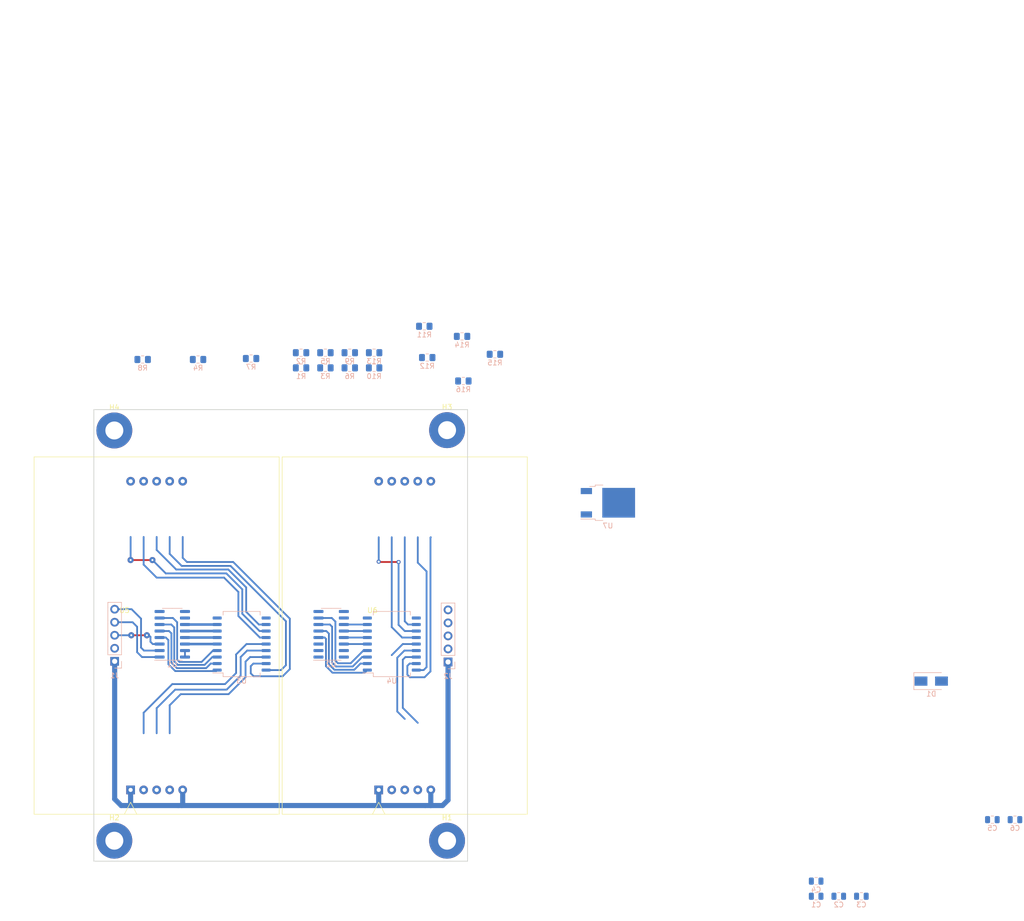
<source format=kicad_pcb>
(kicad_pcb (version 20171130) (host pcbnew "(5.1.6)-1")

  (general
    (thickness 1.6)
    (drawings 6)
    (tracks 200)
    (zones 0)
    (modules 36)
    (nets 64)
  )

  (page A4)
  (layers
    (0 F.Cu signal)
    (31 B.Cu signal)
    (32 B.Adhes user)
    (33 F.Adhes user)
    (34 B.Paste user)
    (35 F.Paste user)
    (36 B.SilkS user)
    (37 F.SilkS user)
    (38 B.Mask user)
    (39 F.Mask user)
    (40 Dwgs.User user)
    (41 Cmts.User user)
    (42 Eco1.User user)
    (43 Eco2.User user)
    (44 Edge.Cuts user)
    (45 Margin user)
    (46 B.CrtYd user)
    (47 F.CrtYd user)
    (48 B.Fab user)
    (49 F.Fab user)
  )

  (setup
    (last_trace_width 0.35)
    (user_trace_width 0.35)
    (trace_clearance 0.2)
    (zone_clearance 0.508)
    (zone_45_only no)
    (trace_min 0.2)
    (via_size 0.8)
    (via_drill 0.4)
    (via_min_size 0.4)
    (via_min_drill 0.3)
    (user_via 1.5 0.3)
    (uvia_size 0.3)
    (uvia_drill 0.1)
    (uvias_allowed no)
    (uvia_min_size 0.2)
    (uvia_min_drill 0.1)
    (edge_width 0.05)
    (segment_width 0.2)
    (pcb_text_width 0.3)
    (pcb_text_size 1.5 1.5)
    (mod_edge_width 0.12)
    (mod_text_size 1 1)
    (mod_text_width 0.15)
    (pad_size 1.524 1.524)
    (pad_drill 0.762)
    (pad_to_mask_clearance 0.05)
    (aux_axis_origin 0 0)
    (visible_elements 7FFFFFFF)
    (pcbplotparams
      (layerselection 0x010fc_ffffffff)
      (usegerberextensions false)
      (usegerberattributes true)
      (usegerberadvancedattributes true)
      (creategerberjobfile true)
      (excludeedgelayer true)
      (linewidth 0.100000)
      (plotframeref false)
      (viasonmask false)
      (mode 1)
      (useauxorigin false)
      (hpglpennumber 1)
      (hpglpenspeed 20)
      (hpglpendiameter 15.000000)
      (psnegative false)
      (psa4output false)
      (plotreference true)
      (plotvalue true)
      (plotinvisibletext false)
      (padsonsilk false)
      (subtractmaskfromsilk false)
      (outputformat 1)
      (mirror false)
      (drillshape 1)
      (scaleselection 1)
      (outputdirectory ""))
  )

  (net 0 "")
  (net 1 "Net-(H1-Pad1)")
  (net 2 "Net-(H2-Pad1)")
  (net 3 "Net-(H3-Pad1)")
  (net 4 "Net-(H4-Pad1)")
  (net 5 /DIN0)
  (net 6 /STR)
  (net 7 /CLK)
  (net 8 GND)
  (net 9 +12V)
  (net 10 /DOUT1)
  (net 11 "Net-(U1-Pad4)")
  (net 12 "Net-(U1-Pad5)")
  (net 13 "Net-(U1-Pad6)")
  (net 14 "Net-(U1-Pad7)")
  (net 15 /DOUT0)
  (net 16 "Net-(U1-Pad10)")
  (net 17 "Net-(U1-Pad11)")
  (net 18 "Net-(U1-Pad12)")
  (net 19 "Net-(U1-Pad13)")
  (net 20 "Net-(U1-Pad14)")
  (net 21 +5V)
  (net 22 "Net-(U2-Pad4)")
  (net 23 "Net-(U2-Pad5)")
  (net 24 "Net-(U2-Pad6)")
  (net 25 "Net-(U2-Pad7)")
  (net 26 "Net-(U2-Pad10)")
  (net 27 "Net-(U2-Pad11)")
  (net 28 "Net-(U2-Pad12)")
  (net 29 "Net-(U2-Pad13)")
  (net 30 "Net-(U2-Pad14)")
  (net 31 "Net-(R8-Pad2)")
  (net 32 "Net-(R7-Pad2)")
  (net 33 "Net-(R6-Pad2)")
  (net 34 "Net-(R5-Pad2)")
  (net 35 "Net-(R4-Pad2)")
  (net 36 "Net-(R3-Pad2)")
  (net 37 "Net-(R2-Pad2)")
  (net 38 "Net-(R1-Pad2)")
  (net 39 "Net-(R15-Pad1)")
  (net 40 "Net-(R14-Pad1)")
  (net 41 "Net-(R16-Pad1)")
  (net 42 "Net-(R9-Pad1)")
  (net 43 "Net-(R10-Pad1)")
  (net 44 "Net-(R11-Pad1)")
  (net 45 "Net-(R12-Pad1)")
  (net 46 "Net-(R13-Pad1)")
  (net 47 "Net-(C5-Pad1)")
  (net 48 "Net-(R1-Pad1)")
  (net 49 "Net-(R2-Pad1)")
  (net 50 "Net-(R3-Pad1)")
  (net 51 "Net-(R4-Pad1)")
  (net 52 "Net-(R5-Pad1)")
  (net 53 "Net-(R6-Pad1)")
  (net 54 "Net-(R7-Pad1)")
  (net 55 "Net-(R8-Pad1)")
  (net 56 "Net-(R9-Pad2)")
  (net 57 "Net-(R10-Pad2)")
  (net 58 "Net-(R11-Pad2)")
  (net 59 "Net-(R12-Pad2)")
  (net 60 "Net-(R13-Pad2)")
  (net 61 "Net-(R14-Pad2)")
  (net 62 "Net-(R15-Pad2)")
  (net 63 "Net-(R16-Pad2)")

  (net_class Default "This is the default net class."
    (clearance 0.2)
    (trace_width 0.25)
    (via_dia 0.8)
    (via_drill 0.4)
    (uvia_dia 0.3)
    (uvia_drill 0.1)
    (add_net +12V)
    (add_net +5V)
    (add_net /CLK)
    (add_net /DIN0)
    (add_net /DOUT0)
    (add_net /DOUT1)
    (add_net /STR)
    (add_net GND)
    (add_net "Net-(C5-Pad1)")
    (add_net "Net-(H1-Pad1)")
    (add_net "Net-(H2-Pad1)")
    (add_net "Net-(H3-Pad1)")
    (add_net "Net-(H4-Pad1)")
    (add_net "Net-(R1-Pad1)")
    (add_net "Net-(R1-Pad2)")
    (add_net "Net-(R10-Pad1)")
    (add_net "Net-(R10-Pad2)")
    (add_net "Net-(R11-Pad1)")
    (add_net "Net-(R11-Pad2)")
    (add_net "Net-(R12-Pad1)")
    (add_net "Net-(R12-Pad2)")
    (add_net "Net-(R13-Pad1)")
    (add_net "Net-(R13-Pad2)")
    (add_net "Net-(R14-Pad1)")
    (add_net "Net-(R14-Pad2)")
    (add_net "Net-(R15-Pad1)")
    (add_net "Net-(R15-Pad2)")
    (add_net "Net-(R16-Pad1)")
    (add_net "Net-(R16-Pad2)")
    (add_net "Net-(R2-Pad1)")
    (add_net "Net-(R2-Pad2)")
    (add_net "Net-(R3-Pad1)")
    (add_net "Net-(R3-Pad2)")
    (add_net "Net-(R4-Pad1)")
    (add_net "Net-(R4-Pad2)")
    (add_net "Net-(R5-Pad1)")
    (add_net "Net-(R5-Pad2)")
    (add_net "Net-(R6-Pad1)")
    (add_net "Net-(R6-Pad2)")
    (add_net "Net-(R7-Pad1)")
    (add_net "Net-(R7-Pad2)")
    (add_net "Net-(R8-Pad1)")
    (add_net "Net-(R8-Pad2)")
    (add_net "Net-(R9-Pad1)")
    (add_net "Net-(R9-Pad2)")
    (add_net "Net-(U1-Pad10)")
    (add_net "Net-(U1-Pad11)")
    (add_net "Net-(U1-Pad12)")
    (add_net "Net-(U1-Pad13)")
    (add_net "Net-(U1-Pad14)")
    (add_net "Net-(U1-Pad4)")
    (add_net "Net-(U1-Pad5)")
    (add_net "Net-(U1-Pad6)")
    (add_net "Net-(U1-Pad7)")
    (add_net "Net-(U2-Pad10)")
    (add_net "Net-(U2-Pad11)")
    (add_net "Net-(U2-Pad12)")
    (add_net "Net-(U2-Pad13)")
    (add_net "Net-(U2-Pad14)")
    (add_net "Net-(U2-Pad4)")
    (add_net "Net-(U2-Pad5)")
    (add_net "Net-(U2-Pad6)")
    (add_net "Net-(U2-Pad7)")
  )

  (module MountingHole:MountingHole_3.5mm_Pad (layer F.Cu) (tedit 56D1B4CB) (tstamp 5F29B193)
    (at 172.72 120.015)
    (descr "Mounting Hole 3.5mm")
    (tags "mounting hole 3.5mm")
    (path /5F2E72F3)
    (attr virtual)
    (fp_text reference H1 (at 0 -4.5) (layer F.SilkS)
      (effects (font (size 1 1) (thickness 0.15)))
    )
    (fp_text value mount (at 0 4.5) (layer F.Fab)
      (effects (font (size 1 1) (thickness 0.15)))
    )
    (fp_circle (center 0 0) (end 3.5 0) (layer Cmts.User) (width 0.15))
    (fp_circle (center 0 0) (end 3.75 0) (layer F.CrtYd) (width 0.05))
    (fp_text user %R (at 0.3 0) (layer F.Fab)
      (effects (font (size 1 1) (thickness 0.15)))
    )
    (pad 1 thru_hole circle (at 0 0) (size 7 7) (drill 3.5) (layers *.Cu *.Mask)
      (net 1 "Net-(H1-Pad1)"))
  )

  (module MountingHole:MountingHole_3.5mm_Pad (layer F.Cu) (tedit 56D1B4CB) (tstamp 5F29B19B)
    (at 107.823 120.015)
    (descr "Mounting Hole 3.5mm")
    (tags "mounting hole 3.5mm")
    (path /5F2EF9F5)
    (attr virtual)
    (fp_text reference H2 (at 0 -4.5) (layer F.SilkS)
      (effects (font (size 1 1) (thickness 0.15)))
    )
    (fp_text value mount (at 0 4.5) (layer F.Fab)
      (effects (font (size 1 1) (thickness 0.15)))
    )
    (fp_circle (center 0 0) (end 3.5 0) (layer Cmts.User) (width 0.15))
    (fp_circle (center 0 0) (end 3.75 0) (layer F.CrtYd) (width 0.05))
    (fp_text user %R (at 0.3 0) (layer F.Fab)
      (effects (font (size 1 1) (thickness 0.15)))
    )
    (pad 1 thru_hole circle (at 0 0) (size 7 7) (drill 3.5) (layers *.Cu *.Mask)
      (net 2 "Net-(H2-Pad1)"))
  )

  (module MountingHole:MountingHole_3.5mm_Pad (layer F.Cu) (tedit 56D1B4CB) (tstamp 5F29B1A3)
    (at 172.72 39.9415)
    (descr "Mounting Hole 3.5mm")
    (tags "mounting hole 3.5mm")
    (path /5F2E590C)
    (attr virtual)
    (fp_text reference H3 (at 0 -4.5) (layer F.SilkS)
      (effects (font (size 1 1) (thickness 0.15)))
    )
    (fp_text value mount (at 0 4.5) (layer F.Fab)
      (effects (font (size 1 1) (thickness 0.15)))
    )
    (fp_circle (center 0 0) (end 3.75 0) (layer F.CrtYd) (width 0.05))
    (fp_circle (center 0 0) (end 3.5 0) (layer Cmts.User) (width 0.15))
    (fp_text user %R (at 0.3 0) (layer F.Fab)
      (effects (font (size 1 1) (thickness 0.15)))
    )
    (pad 1 thru_hole circle (at 0 0) (size 7 7) (drill 3.5) (layers *.Cu *.Mask)
      (net 3 "Net-(H3-Pad1)"))
  )

  (module MountingHole:MountingHole_3.5mm_Pad (layer F.Cu) (tedit 56D1B4CB) (tstamp 5F29B1AB)
    (at 107.823 40.005)
    (descr "Mounting Hole 3.5mm")
    (tags "mounting hole 3.5mm")
    (path /5F2EB6D3)
    (attr virtual)
    (fp_text reference H4 (at 0 -4.5) (layer F.SilkS)
      (effects (font (size 1 1) (thickness 0.15)))
    )
    (fp_text value mount (at 0 4.5) (layer F.Fab)
      (effects (font (size 1 1) (thickness 0.15)))
    )
    (fp_circle (center 0 0) (end 3.75 0) (layer F.CrtYd) (width 0.05))
    (fp_circle (center 0 0) (end 3.5 0) (layer Cmts.User) (width 0.15))
    (fp_text user %R (at 0.3 0) (layer F.Fab)
      (effects (font (size 1 1) (thickness 0.15)))
    )
    (pad 1 thru_hole circle (at 0 0) (size 7 7) (drill 3.5) (layers *.Cu *.Mask)
      (net 4 "Net-(H4-Pad1)"))
  )

  (module Capacitor_SMD:C_0805_2012Metric (layer B.Cu) (tedit 5B36C52B) (tstamp 5F298A76)
    (at 279.073001 115.910999)
    (descr "Capacitor SMD 0805 (2012 Metric), square (rectangular) end terminal, IPC_7351 nominal, (Body size source: https://docs.google.com/spreadsheets/d/1BsfQQcO9C6DZCsRaXUlFlo91Tg2WpOkGARC1WS5S8t0/edit?usp=sharing), generated with kicad-footprint-generator")
    (tags capacitor)
    (path /5F2DBA5E)
    (attr smd)
    (fp_text reference C5 (at 0 1.65) (layer B.SilkS)
      (effects (font (size 1 1) (thickness 0.15)) (justify mirror))
    )
    (fp_text value 0.1u (at 0 -1.65) (layer B.Fab)
      (effects (font (size 1 1) (thickness 0.15)) (justify mirror))
    )
    (fp_line (start 1.68 -0.95) (end -1.68 -0.95) (layer B.CrtYd) (width 0.05))
    (fp_line (start 1.68 0.95) (end 1.68 -0.95) (layer B.CrtYd) (width 0.05))
    (fp_line (start -1.68 0.95) (end 1.68 0.95) (layer B.CrtYd) (width 0.05))
    (fp_line (start -1.68 -0.95) (end -1.68 0.95) (layer B.CrtYd) (width 0.05))
    (fp_line (start -0.258578 -0.71) (end 0.258578 -0.71) (layer B.SilkS) (width 0.12))
    (fp_line (start -0.258578 0.71) (end 0.258578 0.71) (layer B.SilkS) (width 0.12))
    (fp_line (start 1 -0.6) (end -1 -0.6) (layer B.Fab) (width 0.1))
    (fp_line (start 1 0.6) (end 1 -0.6) (layer B.Fab) (width 0.1))
    (fp_line (start -1 0.6) (end 1 0.6) (layer B.Fab) (width 0.1))
    (fp_line (start -1 -0.6) (end -1 0.6) (layer B.Fab) (width 0.1))
    (fp_text user %R (at 0 0) (layer B.Fab)
      (effects (font (size 0.5 0.5) (thickness 0.08)) (justify mirror))
    )
    (pad 1 smd roundrect (at -0.9375 0) (size 0.975 1.4) (layers B.Cu B.Paste B.Mask) (roundrect_rratio 0.25)
      (net 47 "Net-(C5-Pad1)"))
    (pad 2 smd roundrect (at 0.9375 0) (size 0.975 1.4) (layers B.Cu B.Paste B.Mask) (roundrect_rratio 0.25)
      (net 8 GND))
    (model ${KISYS3DMOD}/Capacitor_SMD.3dshapes/C_0805_2012Metric.wrl
      (at (xyz 0 0 0))
      (scale (xyz 1 1 1))
      (rotate (xyz 0 0 0))
    )
  )

  (module Capacitor_SMD:C_0805_2012Metric (layer B.Cu) (tedit 5B36C52B) (tstamp 5F298A87)
    (at 283.483001 115.910999)
    (descr "Capacitor SMD 0805 (2012 Metric), square (rectangular) end terminal, IPC_7351 nominal, (Body size source: https://docs.google.com/spreadsheets/d/1BsfQQcO9C6DZCsRaXUlFlo91Tg2WpOkGARC1WS5S8t0/edit?usp=sharing), generated with kicad-footprint-generator")
    (tags capacitor)
    (path /5F2F287D)
    (attr smd)
    (fp_text reference C6 (at 0 1.65) (layer B.SilkS)
      (effects (font (size 1 1) (thickness 0.15)) (justify mirror))
    )
    (fp_text value 0.1u (at 0 -1.65) (layer B.Fab)
      (effects (font (size 1 1) (thickness 0.15)) (justify mirror))
    )
    (fp_text user %R (at 0 0) (layer B.Fab)
      (effects (font (size 0.5 0.5) (thickness 0.08)) (justify mirror))
    )
    (fp_line (start -1 -0.6) (end -1 0.6) (layer B.Fab) (width 0.1))
    (fp_line (start -1 0.6) (end 1 0.6) (layer B.Fab) (width 0.1))
    (fp_line (start 1 0.6) (end 1 -0.6) (layer B.Fab) (width 0.1))
    (fp_line (start 1 -0.6) (end -1 -0.6) (layer B.Fab) (width 0.1))
    (fp_line (start -0.258578 0.71) (end 0.258578 0.71) (layer B.SilkS) (width 0.12))
    (fp_line (start -0.258578 -0.71) (end 0.258578 -0.71) (layer B.SilkS) (width 0.12))
    (fp_line (start -1.68 -0.95) (end -1.68 0.95) (layer B.CrtYd) (width 0.05))
    (fp_line (start -1.68 0.95) (end 1.68 0.95) (layer B.CrtYd) (width 0.05))
    (fp_line (start 1.68 0.95) (end 1.68 -0.95) (layer B.CrtYd) (width 0.05))
    (fp_line (start 1.68 -0.95) (end -1.68 -0.95) (layer B.CrtYd) (width 0.05))
    (pad 2 smd roundrect (at 0.9375 0) (size 0.975 1.4) (layers B.Cu B.Paste B.Mask) (roundrect_rratio 0.25)
      (net 8 GND))
    (pad 1 smd roundrect (at -0.9375 0) (size 0.975 1.4) (layers B.Cu B.Paste B.Mask) (roundrect_rratio 0.25)
      (net 21 +5V))
    (model ${KISYS3DMOD}/Capacitor_SMD.3dshapes/C_0805_2012Metric.wrl
      (at (xyz 0 0 0))
      (scale (xyz 1 1 1))
      (rotate (xyz 0 0 0))
    )
  )

  (module Diode_SMD:D_SMA (layer B.Cu) (tedit 586432E5) (tstamp 5F298A9F)
    (at 267.152001 88.889001)
    (descr "Diode SMA (DO-214AC)")
    (tags "Diode SMA (DO-214AC)")
    (path /5F2C6641)
    (attr smd)
    (fp_text reference D1 (at 0 2.5) (layer B.SilkS)
      (effects (font (size 1 1) (thickness 0.15)) (justify mirror))
    )
    (fp_text value D_Small (at 0 -2.6) (layer B.Fab)
      (effects (font (size 1 1) (thickness 0.15)) (justify mirror))
    )
    (fp_line (start -3.4 1.65) (end 2 1.65) (layer B.SilkS) (width 0.12))
    (fp_line (start -3.4 -1.65) (end 2 -1.65) (layer B.SilkS) (width 0.12))
    (fp_line (start -0.64944 -0.00102) (end 0.50118 0.79908) (layer B.Fab) (width 0.1))
    (fp_line (start -0.64944 -0.00102) (end 0.50118 -0.75032) (layer B.Fab) (width 0.1))
    (fp_line (start 0.50118 -0.75032) (end 0.50118 0.79908) (layer B.Fab) (width 0.1))
    (fp_line (start -0.64944 0.79908) (end -0.64944 -0.80112) (layer B.Fab) (width 0.1))
    (fp_line (start 0.50118 -0.00102) (end 1.4994 -0.00102) (layer B.Fab) (width 0.1))
    (fp_line (start -0.64944 -0.00102) (end -1.55114 -0.00102) (layer B.Fab) (width 0.1))
    (fp_line (start -3.5 -1.75) (end -3.5 1.75) (layer B.CrtYd) (width 0.05))
    (fp_line (start 3.5 -1.75) (end -3.5 -1.75) (layer B.CrtYd) (width 0.05))
    (fp_line (start 3.5 1.75) (end 3.5 -1.75) (layer B.CrtYd) (width 0.05))
    (fp_line (start -3.5 1.75) (end 3.5 1.75) (layer B.CrtYd) (width 0.05))
    (fp_line (start 2.3 1.5) (end -2.3 1.5) (layer B.Fab) (width 0.1))
    (fp_line (start 2.3 1.5) (end 2.3 -1.5) (layer B.Fab) (width 0.1))
    (fp_line (start -2.3 -1.5) (end -2.3 1.5) (layer B.Fab) (width 0.1))
    (fp_line (start 2.3 -1.5) (end -2.3 -1.5) (layer B.Fab) (width 0.1))
    (fp_line (start -3.4 1.65) (end -3.4 -1.65) (layer B.SilkS) (width 0.12))
    (fp_text user %R (at 0 2.5) (layer B.Fab)
      (effects (font (size 1 1) (thickness 0.15)) (justify mirror))
    )
    (pad 1 smd rect (at -2 0) (size 2.5 1.8) (layers B.Cu B.Paste B.Mask)
      (net 47 "Net-(C5-Pad1)"))
    (pad 2 smd rect (at 2 0) (size 2.5 1.8) (layers B.Cu B.Paste B.Mask)
      (net 9 +12V))
    (model ${KISYS3DMOD}/Diode_SMD.3dshapes/D_SMA.wrl
      (at (xyz 0 0 0))
      (scale (xyz 1 1 1))
      (rotate (xyz 0 0 0))
    )
  )

  (module Package_SO:SOIC-16_3.9x9.9mm_P1.27mm (layer B.Cu) (tedit 5D9F72B1) (tstamp 5F298C31)
    (at 119.1245 79.756)
    (descr "SOIC, 16 Pin (JEDEC MS-012AC, https://www.analog.com/media/en/package-pcb-resources/package/pkg_pdf/soic_narrow-r/r_16.pdf), generated with kicad-footprint-generator ipc_gullwing_generator.py")
    (tags "SOIC SO")
    (path /5F294BB7)
    (attr smd)
    (fp_text reference U1 (at 0 5.9) (layer B.SilkS)
      (effects (font (size 1 1) (thickness 0.15)) (justify mirror))
    )
    (fp_text value HEF4094BT,653 (at 0 -5.9) (layer B.Fab)
      (effects (font (size 1 1) (thickness 0.15)) (justify mirror))
    )
    (fp_text user %R (at 0 0) (layer B.Fab)
      (effects (font (size 0.98 0.98) (thickness 0.15)) (justify mirror))
    )
    (fp_line (start 0 -5.06) (end 1.95 -5.06) (layer B.SilkS) (width 0.12))
    (fp_line (start 0 -5.06) (end -1.95 -5.06) (layer B.SilkS) (width 0.12))
    (fp_line (start 0 5.06) (end 1.95 5.06) (layer B.SilkS) (width 0.12))
    (fp_line (start 0 5.06) (end -3.45 5.06) (layer B.SilkS) (width 0.12))
    (fp_line (start -0.975 4.95) (end 1.95 4.95) (layer B.Fab) (width 0.1))
    (fp_line (start 1.95 4.95) (end 1.95 -4.95) (layer B.Fab) (width 0.1))
    (fp_line (start 1.95 -4.95) (end -1.95 -4.95) (layer B.Fab) (width 0.1))
    (fp_line (start -1.95 -4.95) (end -1.95 3.975) (layer B.Fab) (width 0.1))
    (fp_line (start -1.95 3.975) (end -0.975 4.95) (layer B.Fab) (width 0.1))
    (fp_line (start -3.7 5.2) (end -3.7 -5.2) (layer B.CrtYd) (width 0.05))
    (fp_line (start -3.7 -5.2) (end 3.7 -5.2) (layer B.CrtYd) (width 0.05))
    (fp_line (start 3.7 -5.2) (end 3.7 5.2) (layer B.CrtYd) (width 0.05))
    (fp_line (start 3.7 5.2) (end -3.7 5.2) (layer B.CrtYd) (width 0.05))
    (pad 16 smd roundrect (at 2.475 4.445) (size 1.95 0.6) (layers B.Cu B.Paste B.Mask) (roundrect_rratio 0.25)
      (net 21 +5V))
    (pad 15 smd roundrect (at 2.475 3.175) (size 1.95 0.6) (layers B.Cu B.Paste B.Mask) (roundrect_rratio 0.25)
      (net 21 +5V))
    (pad 14 smd roundrect (at 2.475 1.905) (size 1.95 0.6) (layers B.Cu B.Paste B.Mask) (roundrect_rratio 0.25)
      (net 20 "Net-(U1-Pad14)"))
    (pad 13 smd roundrect (at 2.475 0.635) (size 1.95 0.6) (layers B.Cu B.Paste B.Mask) (roundrect_rratio 0.25)
      (net 19 "Net-(U1-Pad13)"))
    (pad 12 smd roundrect (at 2.475 -0.635) (size 1.95 0.6) (layers B.Cu B.Paste B.Mask) (roundrect_rratio 0.25)
      (net 18 "Net-(U1-Pad12)"))
    (pad 11 smd roundrect (at 2.475 -1.905) (size 1.95 0.6) (layers B.Cu B.Paste B.Mask) (roundrect_rratio 0.25)
      (net 17 "Net-(U1-Pad11)"))
    (pad 10 smd roundrect (at 2.475 -3.175) (size 1.95 0.6) (layers B.Cu B.Paste B.Mask) (roundrect_rratio 0.25)
      (net 16 "Net-(U1-Pad10)"))
    (pad 9 smd roundrect (at 2.475 -4.445) (size 1.95 0.6) (layers B.Cu B.Paste B.Mask) (roundrect_rratio 0.25)
      (net 15 /DOUT0))
    (pad 8 smd roundrect (at -2.475 -4.445) (size 1.95 0.6) (layers B.Cu B.Paste B.Mask) (roundrect_rratio 0.25)
      (net 8 GND))
    (pad 7 smd roundrect (at -2.475 -3.175) (size 1.95 0.6) (layers B.Cu B.Paste B.Mask) (roundrect_rratio 0.25)
      (net 14 "Net-(U1-Pad7)"))
    (pad 6 smd roundrect (at -2.475 -1.905) (size 1.95 0.6) (layers B.Cu B.Paste B.Mask) (roundrect_rratio 0.25)
      (net 13 "Net-(U1-Pad6)"))
    (pad 5 smd roundrect (at -2.475 -0.635) (size 1.95 0.6) (layers B.Cu B.Paste B.Mask) (roundrect_rratio 0.25)
      (net 12 "Net-(U1-Pad5)"))
    (pad 4 smd roundrect (at -2.475 0.635) (size 1.95 0.6) (layers B.Cu B.Paste B.Mask) (roundrect_rratio 0.25)
      (net 11 "Net-(U1-Pad4)"))
    (pad 3 smd roundrect (at -2.475 1.905) (size 1.95 0.6) (layers B.Cu B.Paste B.Mask) (roundrect_rratio 0.25)
      (net 7 /CLK))
    (pad 2 smd roundrect (at -2.475 3.175) (size 1.95 0.6) (layers B.Cu B.Paste B.Mask) (roundrect_rratio 0.25)
      (net 5 /DIN0))
    (pad 1 smd roundrect (at -2.475 4.445) (size 1.95 0.6) (layers B.Cu B.Paste B.Mask) (roundrect_rratio 0.25)
      (net 6 /STR))
    (model ${KISYS3DMOD}/Package_SO.3dshapes/SOIC-16_3.9x9.9mm_P1.27mm.wrl
      (at (xyz 0 0 0))
      (scale (xyz 1 1 1))
      (rotate (xyz 0 0 0))
    )
  )

  (module Package_SO:SOIC-16_3.9x9.9mm_P1.27mm (layer B.Cu) (tedit 5D9F72B1) (tstamp 5F298C53)
    (at 150.1125 79.756)
    (descr "SOIC, 16 Pin (JEDEC MS-012AC, https://www.analog.com/media/en/package-pcb-resources/package/pkg_pdf/soic_narrow-r/r_16.pdf), generated with kicad-footprint-generator ipc_gullwing_generator.py")
    (tags "SOIC SO")
    (path /5F2C7661)
    (attr smd)
    (fp_text reference U2 (at 0 5.9) (layer B.SilkS)
      (effects (font (size 1 1) (thickness 0.15)) (justify mirror))
    )
    (fp_text value HEF4094BT,653 (at 0 -5.9) (layer B.Fab)
      (effects (font (size 1 1) (thickness 0.15)) (justify mirror))
    )
    (fp_line (start 3.7 5.2) (end -3.7 5.2) (layer B.CrtYd) (width 0.05))
    (fp_line (start 3.7 -5.2) (end 3.7 5.2) (layer B.CrtYd) (width 0.05))
    (fp_line (start -3.7 -5.2) (end 3.7 -5.2) (layer B.CrtYd) (width 0.05))
    (fp_line (start -3.7 5.2) (end -3.7 -5.2) (layer B.CrtYd) (width 0.05))
    (fp_line (start -1.95 3.975) (end -0.975 4.95) (layer B.Fab) (width 0.1))
    (fp_line (start -1.95 -4.95) (end -1.95 3.975) (layer B.Fab) (width 0.1))
    (fp_line (start 1.95 -4.95) (end -1.95 -4.95) (layer B.Fab) (width 0.1))
    (fp_line (start 1.95 4.95) (end 1.95 -4.95) (layer B.Fab) (width 0.1))
    (fp_line (start -0.975 4.95) (end 1.95 4.95) (layer B.Fab) (width 0.1))
    (fp_line (start 0 5.06) (end -3.45 5.06) (layer B.SilkS) (width 0.12))
    (fp_line (start 0 5.06) (end 1.95 5.06) (layer B.SilkS) (width 0.12))
    (fp_line (start 0 -5.06) (end -1.95 -5.06) (layer B.SilkS) (width 0.12))
    (fp_line (start 0 -5.06) (end 1.95 -5.06) (layer B.SilkS) (width 0.12))
    (fp_text user %R (at -0.914001 1.669001) (layer B.Fab)
      (effects (font (size 0.98 0.98) (thickness 0.15)) (justify mirror))
    )
    (pad 1 smd roundrect (at -2.475 4.445) (size 1.95 0.6) (layers B.Cu B.Paste B.Mask) (roundrect_rratio 0.25)
      (net 6 /STR))
    (pad 2 smd roundrect (at -2.475 3.175) (size 1.95 0.6) (layers B.Cu B.Paste B.Mask) (roundrect_rratio 0.25)
      (net 15 /DOUT0))
    (pad 3 smd roundrect (at -2.475 1.905) (size 1.95 0.6) (layers B.Cu B.Paste B.Mask) (roundrect_rratio 0.25)
      (net 7 /CLK))
    (pad 4 smd roundrect (at -2.475 0.635) (size 1.95 0.6) (layers B.Cu B.Paste B.Mask) (roundrect_rratio 0.25)
      (net 22 "Net-(U2-Pad4)"))
    (pad 5 smd roundrect (at -2.475 -0.635) (size 1.95 0.6) (layers B.Cu B.Paste B.Mask) (roundrect_rratio 0.25)
      (net 23 "Net-(U2-Pad5)"))
    (pad 6 smd roundrect (at -2.475 -1.905) (size 1.95 0.6) (layers B.Cu B.Paste B.Mask) (roundrect_rratio 0.25)
      (net 24 "Net-(U2-Pad6)"))
    (pad 7 smd roundrect (at -2.475 -3.175) (size 1.95 0.6) (layers B.Cu B.Paste B.Mask) (roundrect_rratio 0.25)
      (net 25 "Net-(U2-Pad7)"))
    (pad 8 smd roundrect (at -2.475 -4.445) (size 1.95 0.6) (layers B.Cu B.Paste B.Mask) (roundrect_rratio 0.25)
      (net 8 GND))
    (pad 9 smd roundrect (at 2.475 -4.445) (size 1.95 0.6) (layers B.Cu B.Paste B.Mask) (roundrect_rratio 0.25)
      (net 10 /DOUT1))
    (pad 10 smd roundrect (at 2.475 -3.175) (size 1.95 0.6) (layers B.Cu B.Paste B.Mask) (roundrect_rratio 0.25)
      (net 26 "Net-(U2-Pad10)"))
    (pad 11 smd roundrect (at 2.475 -1.905) (size 1.95 0.6) (layers B.Cu B.Paste B.Mask) (roundrect_rratio 0.25)
      (net 27 "Net-(U2-Pad11)"))
    (pad 12 smd roundrect (at 2.475 -0.635) (size 1.95 0.6) (layers B.Cu B.Paste B.Mask) (roundrect_rratio 0.25)
      (net 28 "Net-(U2-Pad12)"))
    (pad 13 smd roundrect (at 2.475 0.635) (size 1.95 0.6) (layers B.Cu B.Paste B.Mask) (roundrect_rratio 0.25)
      (net 29 "Net-(U2-Pad13)"))
    (pad 14 smd roundrect (at 2.475 1.905) (size 1.95 0.6) (layers B.Cu B.Paste B.Mask) (roundrect_rratio 0.25)
      (net 30 "Net-(U2-Pad14)"))
    (pad 15 smd roundrect (at 2.475 3.175) (size 1.95 0.6) (layers B.Cu B.Paste B.Mask) (roundrect_rratio 0.25)
      (net 21 +5V))
    (pad 16 smd roundrect (at 2.475 4.445) (size 1.95 0.6) (layers B.Cu B.Paste B.Mask) (roundrect_rratio 0.25)
      (net 21 +5V))
    (model ${KISYS3DMOD}/Package_SO.3dshapes/SOIC-16_3.9x9.9mm_P1.27mm.wrl
      (at (xyz 0 0 0))
      (scale (xyz 1 1 1))
      (rotate (xyz 0 0 0))
    )
  )

  (module Display_7Segment:23011-7-segment (layer F.Cu) (tedit 5F2976B5) (tstamp 5F298C67)
    (at 116.078 80.01)
    (path /5F2A64DE)
    (fp_text reference U5 (at -6.2992 -4.9276) (layer F.SilkS)
      (effects (font (size 1 1) (thickness 0.15)))
    )
    (fp_text value 23011 (at 2.0828 -8.0264) (layer F.Fab)
      (effects (font (size 1 1) (thickness 0.15)))
    )
    (fp_line (start -23.9 -34.85) (end -23.9 34.85) (layer F.SilkS) (width 0.12))
    (fp_line (start 23.9 -34.85) (end -23.9 -34.85) (layer F.SilkS) (width 0.12))
    (fp_line (start 23.9 34.85) (end 23.9 -34.85) (layer F.SilkS) (width 0.12))
    (fp_line (start -23.9 34.85) (end 23.9 34.85) (layer F.SilkS) (width 0.12))
    (fp_line (start -5.08 32.512) (end -6.2992 34.8488) (layer F.SilkS) (width 0.12))
    (fp_line (start -5.08 32.512) (end -3.8608 34.8488) (layer F.SilkS) (width 0.12))
    (pad 1 thru_hole trapezoid (at -5.08 30.1) (size 1.7 1.7) (drill 0.8) (layers *.Cu *.Mask)
      (net 9 +12V))
    (pad 2 thru_hole circle (at -2.54 30.1) (size 1.7 1.7) (drill 0.8) (layers *.Cu *.Mask)
      (net 52 "Net-(R5-Pad1)"))
    (pad 3 thru_hole circle (at 0 30.1) (size 1.7 1.7) (drill 0.8) (layers *.Cu *.Mask)
      (net 51 "Net-(R4-Pad1)"))
    (pad 4 thru_hole circle (at 2.54 30.1) (size 1.7 1.7) (drill 0.8) (layers *.Cu *.Mask)
      (net 50 "Net-(R3-Pad1)"))
    (pad 5 thru_hole circle (at 5.08 30.1) (size 1.7 1.7) (drill 0.8) (layers *.Cu *.Mask)
      (net 9 +12V))
    (pad 6 thru_hole circle (at 5.08 -30.1) (size 1.7 1.7) (drill 0.8) (layers *.Cu *.Mask)
      (net 49 "Net-(R2-Pad1)"))
    (pad 7 thru_hole circle (at 2.54 -30.1) (size 1.7 1.7) (drill 0.8) (layers *.Cu *.Mask)
      (net 48 "Net-(R1-Pad1)"))
    (pad 8 thru_hole circle (at 0 -30.1) (size 1.7 1.7) (drill 0.8) (layers *.Cu *.Mask)
      (net 55 "Net-(R8-Pad1)"))
    (pad 9 thru_hole circle (at -2.54 -30.1) (size 1.7 1.7) (drill 0.8) (layers *.Cu *.Mask)
      (net 53 "Net-(R6-Pad1)"))
    (pad 10 thru_hole circle (at -5.08 -30.1) (size 1.7 1.7) (drill 0.8) (layers *.Cu *.Mask)
      (net 54 "Net-(R7-Pad1)"))
  )

  (module Package_TO_SOT_SMD:TO-252-2 (layer B.Cu) (tedit 5A70A390) (tstamp 5F298C8B)
    (at 204.089 54.102)
    (descr "TO-252 / DPAK SMD package, http://www.infineon.com/cms/en/product/packages/PG-TO252/PG-TO252-3-1/")
    (tags "DPAK TO-252 DPAK-3 TO-252-3 SOT-428")
    (path /5F2C55E1)
    (attr smd)
    (fp_text reference U7 (at 0 4.5) (layer B.SilkS)
      (effects (font (size 1 1) (thickness 0.15)) (justify mirror))
    )
    (fp_text value KA78M05_TO252 (at 0 -4.5) (layer B.Fab)
      (effects (font (size 1 1) (thickness 0.15)) (justify mirror))
    )
    (fp_line (start 5.55 3.5) (end -5.55 3.5) (layer B.CrtYd) (width 0.05))
    (fp_line (start 5.55 -3.5) (end 5.55 3.5) (layer B.CrtYd) (width 0.05))
    (fp_line (start -5.55 -3.5) (end 5.55 -3.5) (layer B.CrtYd) (width 0.05))
    (fp_line (start -5.55 3.5) (end -5.55 -3.5) (layer B.CrtYd) (width 0.05))
    (fp_line (start -2.47 -3.18) (end -3.57 -3.18) (layer B.SilkS) (width 0.12))
    (fp_line (start -2.47 -3.45) (end -2.47 -3.18) (layer B.SilkS) (width 0.12))
    (fp_line (start -0.97 -3.45) (end -2.47 -3.45) (layer B.SilkS) (width 0.12))
    (fp_line (start -2.47 3.18) (end -5.3 3.18) (layer B.SilkS) (width 0.12))
    (fp_line (start -2.47 3.45) (end -2.47 3.18) (layer B.SilkS) (width 0.12))
    (fp_line (start -0.97 3.45) (end -2.47 3.45) (layer B.SilkS) (width 0.12))
    (fp_line (start -4.97 -2.655) (end -2.27 -2.655) (layer B.Fab) (width 0.1))
    (fp_line (start -4.97 -1.905) (end -4.97 -2.655) (layer B.Fab) (width 0.1))
    (fp_line (start -2.27 -1.905) (end -4.97 -1.905) (layer B.Fab) (width 0.1))
    (fp_line (start -4.97 1.905) (end -2.27 1.905) (layer B.Fab) (width 0.1))
    (fp_line (start -4.97 2.655) (end -4.97 1.905) (layer B.Fab) (width 0.1))
    (fp_line (start -1.865 2.655) (end -4.97 2.655) (layer B.Fab) (width 0.1))
    (fp_line (start -1.27 3.25) (end 3.95 3.25) (layer B.Fab) (width 0.1))
    (fp_line (start -2.27 2.25) (end -1.27 3.25) (layer B.Fab) (width 0.1))
    (fp_line (start -2.27 -3.25) (end -2.27 2.25) (layer B.Fab) (width 0.1))
    (fp_line (start 3.95 -3.25) (end -2.27 -3.25) (layer B.Fab) (width 0.1))
    (fp_line (start 3.95 3.25) (end 3.95 -3.25) (layer B.Fab) (width 0.1))
    (fp_line (start 4.95 -2.7) (end 3.95 -2.7) (layer B.Fab) (width 0.1))
    (fp_line (start 4.95 2.7) (end 4.95 -2.7) (layer B.Fab) (width 0.1))
    (fp_line (start 3.95 2.7) (end 4.95 2.7) (layer B.Fab) (width 0.1))
    (fp_text user %R (at 0 0) (layer B.Fab)
      (effects (font (size 1 1) (thickness 0.15)) (justify mirror))
    )
    (pad 1 smd rect (at -4.2 2.28) (size 2.2 1.2) (layers B.Cu B.Paste B.Mask)
      (net 47 "Net-(C5-Pad1)"))
    (pad 3 smd rect (at -4.2 -2.28) (size 2.2 1.2) (layers B.Cu B.Paste B.Mask)
      (net 21 +5V))
    (pad 2 smd rect (at 2.1 0) (size 6.4 5.8) (layers B.Cu B.Mask)
      (net 8 GND))
    (pad "" smd rect (at 3.775 -1.525) (size 3.05 2.75) (layers B.Paste))
    (pad "" smd rect (at 0.425 1.525) (size 3.05 2.75) (layers B.Paste))
    (pad "" smd rect (at 3.775 1.525) (size 3.05 2.75) (layers B.Paste))
    (pad "" smd rect (at 0.425 -1.525) (size 3.05 2.75) (layers B.Paste))
    (model ${KISYS3DMOD}/Package_TO_SOT_SMD.3dshapes/TO-252-2.wrl
      (at (xyz 0 0 0))
      (scale (xyz 1 1 1))
      (rotate (xyz 0 0 0))
    )
  )

  (module Capacitor_SMD:C_0805_2012Metric (layer B.Cu) (tedit 5B36C52B) (tstamp 5F29E55D)
    (at 244.704001 130.850999)
    (descr "Capacitor SMD 0805 (2012 Metric), square (rectangular) end terminal, IPC_7351 nominal, (Body size source: https://docs.google.com/spreadsheets/d/1BsfQQcO9C6DZCsRaXUlFlo91Tg2WpOkGARC1WS5S8t0/edit?usp=sharing), generated with kicad-footprint-generator")
    (tags capacitor)
    (path /5F2A440B)
    (attr smd)
    (fp_text reference C1 (at 0 1.65) (layer B.SilkS)
      (effects (font (size 1 1) (thickness 0.15)) (justify mirror))
    )
    (fp_text value 0.1u (at 0 -1.65) (layer B.Fab)
      (effects (font (size 1 1) (thickness 0.15)) (justify mirror))
    )
    (fp_text user %R (at 0 0) (layer B.Fab)
      (effects (font (size 0.5 0.5) (thickness 0.08)) (justify mirror))
    )
    (fp_line (start -1 -0.6) (end -1 0.6) (layer B.Fab) (width 0.1))
    (fp_line (start -1 0.6) (end 1 0.6) (layer B.Fab) (width 0.1))
    (fp_line (start 1 0.6) (end 1 -0.6) (layer B.Fab) (width 0.1))
    (fp_line (start 1 -0.6) (end -1 -0.6) (layer B.Fab) (width 0.1))
    (fp_line (start -0.258578 0.71) (end 0.258578 0.71) (layer B.SilkS) (width 0.12))
    (fp_line (start -0.258578 -0.71) (end 0.258578 -0.71) (layer B.SilkS) (width 0.12))
    (fp_line (start -1.68 -0.95) (end -1.68 0.95) (layer B.CrtYd) (width 0.05))
    (fp_line (start -1.68 0.95) (end 1.68 0.95) (layer B.CrtYd) (width 0.05))
    (fp_line (start 1.68 0.95) (end 1.68 -0.95) (layer B.CrtYd) (width 0.05))
    (fp_line (start 1.68 -0.95) (end -1.68 -0.95) (layer B.CrtYd) (width 0.05))
    (pad 2 smd roundrect (at 0.9375 0) (size 0.975 1.4) (layers B.Cu B.Paste B.Mask) (roundrect_rratio 0.25)
      (net 8 GND))
    (pad 1 smd roundrect (at -0.9375 0) (size 0.975 1.4) (layers B.Cu B.Paste B.Mask) (roundrect_rratio 0.25)
      (net 21 +5V))
    (model ${KISYS3DMOD}/Capacitor_SMD.3dshapes/C_0805_2012Metric.wrl
      (at (xyz 0 0 0))
      (scale (xyz 1 1 1))
      (rotate (xyz 0 0 0))
    )
  )

  (module Capacitor_SMD:C_0805_2012Metric (layer B.Cu) (tedit 5B36C52B) (tstamp 5F29E56E)
    (at 249.114001 130.850999)
    (descr "Capacitor SMD 0805 (2012 Metric), square (rectangular) end terminal, IPC_7351 nominal, (Body size source: https://docs.google.com/spreadsheets/d/1BsfQQcO9C6DZCsRaXUlFlo91Tg2WpOkGARC1WS5S8t0/edit?usp=sharing), generated with kicad-footprint-generator")
    (tags capacitor)
    (path /5F2C76AA)
    (attr smd)
    (fp_text reference C2 (at 0 1.65) (layer B.SilkS)
      (effects (font (size 1 1) (thickness 0.15)) (justify mirror))
    )
    (fp_text value 0.1u (at 0 -1.65) (layer B.Fab)
      (effects (font (size 1 1) (thickness 0.15)) (justify mirror))
    )
    (fp_text user %R (at 0 0) (layer B.Fab)
      (effects (font (size 0.5 0.5) (thickness 0.08)) (justify mirror))
    )
    (fp_line (start -1 -0.6) (end -1 0.6) (layer B.Fab) (width 0.1))
    (fp_line (start -1 0.6) (end 1 0.6) (layer B.Fab) (width 0.1))
    (fp_line (start 1 0.6) (end 1 -0.6) (layer B.Fab) (width 0.1))
    (fp_line (start 1 -0.6) (end -1 -0.6) (layer B.Fab) (width 0.1))
    (fp_line (start -0.258578 0.71) (end 0.258578 0.71) (layer B.SilkS) (width 0.12))
    (fp_line (start -0.258578 -0.71) (end 0.258578 -0.71) (layer B.SilkS) (width 0.12))
    (fp_line (start -1.68 -0.95) (end -1.68 0.95) (layer B.CrtYd) (width 0.05))
    (fp_line (start -1.68 0.95) (end 1.68 0.95) (layer B.CrtYd) (width 0.05))
    (fp_line (start 1.68 0.95) (end 1.68 -0.95) (layer B.CrtYd) (width 0.05))
    (fp_line (start 1.68 -0.95) (end -1.68 -0.95) (layer B.CrtYd) (width 0.05))
    (pad 2 smd roundrect (at 0.9375 0) (size 0.975 1.4) (layers B.Cu B.Paste B.Mask) (roundrect_rratio 0.25)
      (net 8 GND))
    (pad 1 smd roundrect (at -0.9375 0) (size 0.975 1.4) (layers B.Cu B.Paste B.Mask) (roundrect_rratio 0.25)
      (net 21 +5V))
    (model ${KISYS3DMOD}/Capacitor_SMD.3dshapes/C_0805_2012Metric.wrl
      (at (xyz 0 0 0))
      (scale (xyz 1 1 1))
      (rotate (xyz 0 0 0))
    )
  )

  (module Capacitor_SMD:C_0805_2012Metric (layer B.Cu) (tedit 5B36C52B) (tstamp 5F29E57F)
    (at 253.524001 130.850999)
    (descr "Capacitor SMD 0805 (2012 Metric), square (rectangular) end terminal, IPC_7351 nominal, (Body size source: https://docs.google.com/spreadsheets/d/1BsfQQcO9C6DZCsRaXUlFlo91Tg2WpOkGARC1WS5S8t0/edit?usp=sharing), generated with kicad-footprint-generator")
    (tags capacitor)
    (path /5F2BAFAF)
    (attr smd)
    (fp_text reference C3 (at 0 1.65) (layer B.SilkS)
      (effects (font (size 1 1) (thickness 0.15)) (justify mirror))
    )
    (fp_text value 0.1 (at 0 -1.65) (layer B.Fab)
      (effects (font (size 1 1) (thickness 0.15)) (justify mirror))
    )
    (fp_line (start 1.68 -0.95) (end -1.68 -0.95) (layer B.CrtYd) (width 0.05))
    (fp_line (start 1.68 0.95) (end 1.68 -0.95) (layer B.CrtYd) (width 0.05))
    (fp_line (start -1.68 0.95) (end 1.68 0.95) (layer B.CrtYd) (width 0.05))
    (fp_line (start -1.68 -0.95) (end -1.68 0.95) (layer B.CrtYd) (width 0.05))
    (fp_line (start -0.258578 -0.71) (end 0.258578 -0.71) (layer B.SilkS) (width 0.12))
    (fp_line (start -0.258578 0.71) (end 0.258578 0.71) (layer B.SilkS) (width 0.12))
    (fp_line (start 1 -0.6) (end -1 -0.6) (layer B.Fab) (width 0.1))
    (fp_line (start 1 0.6) (end 1 -0.6) (layer B.Fab) (width 0.1))
    (fp_line (start -1 0.6) (end 1 0.6) (layer B.Fab) (width 0.1))
    (fp_line (start -1 -0.6) (end -1 0.6) (layer B.Fab) (width 0.1))
    (fp_text user %R (at 0 0) (layer B.Fab)
      (effects (font (size 0.5 0.5) (thickness 0.08)) (justify mirror))
    )
    (pad 1 smd roundrect (at -0.9375 0) (size 0.975 1.4) (layers B.Cu B.Paste B.Mask) (roundrect_rratio 0.25)
      (net 8 GND))
    (pad 2 smd roundrect (at 0.9375 0) (size 0.975 1.4) (layers B.Cu B.Paste B.Mask) (roundrect_rratio 0.25)
      (net 9 +12V))
    (model ${KISYS3DMOD}/Capacitor_SMD.3dshapes/C_0805_2012Metric.wrl
      (at (xyz 0 0 0))
      (scale (xyz 1 1 1))
      (rotate (xyz 0 0 0))
    )
  )

  (module Capacitor_SMD:C_0805_2012Metric (layer B.Cu) (tedit 5B36C52B) (tstamp 5F29E590)
    (at 244.704001 127.900999)
    (descr "Capacitor SMD 0805 (2012 Metric), square (rectangular) end terminal, IPC_7351 nominal, (Body size source: https://docs.google.com/spreadsheets/d/1BsfQQcO9C6DZCsRaXUlFlo91Tg2WpOkGARC1WS5S8t0/edit?usp=sharing), generated with kicad-footprint-generator")
    (tags capacitor)
    (path /5F2C7704)
    (attr smd)
    (fp_text reference C4 (at 0 1.65) (layer B.SilkS)
      (effects (font (size 1 1) (thickness 0.15)) (justify mirror))
    )
    (fp_text value 0.1 (at 0 -1.65) (layer B.Fab)
      (effects (font (size 1 1) (thickness 0.15)) (justify mirror))
    )
    (fp_line (start 1.68 -0.95) (end -1.68 -0.95) (layer B.CrtYd) (width 0.05))
    (fp_line (start 1.68 0.95) (end 1.68 -0.95) (layer B.CrtYd) (width 0.05))
    (fp_line (start -1.68 0.95) (end 1.68 0.95) (layer B.CrtYd) (width 0.05))
    (fp_line (start -1.68 -0.95) (end -1.68 0.95) (layer B.CrtYd) (width 0.05))
    (fp_line (start -0.258578 -0.71) (end 0.258578 -0.71) (layer B.SilkS) (width 0.12))
    (fp_line (start -0.258578 0.71) (end 0.258578 0.71) (layer B.SilkS) (width 0.12))
    (fp_line (start 1 -0.6) (end -1 -0.6) (layer B.Fab) (width 0.1))
    (fp_line (start 1 0.6) (end 1 -0.6) (layer B.Fab) (width 0.1))
    (fp_line (start -1 0.6) (end 1 0.6) (layer B.Fab) (width 0.1))
    (fp_line (start -1 -0.6) (end -1 0.6) (layer B.Fab) (width 0.1))
    (fp_text user %R (at 0 0) (layer B.Fab)
      (effects (font (size 0.5 0.5) (thickness 0.08)) (justify mirror))
    )
    (pad 1 smd roundrect (at -0.9375 0) (size 0.975 1.4) (layers B.Cu B.Paste B.Mask) (roundrect_rratio 0.25)
      (net 8 GND))
    (pad 2 smd roundrect (at 0.9375 0) (size 0.975 1.4) (layers B.Cu B.Paste B.Mask) (roundrect_rratio 0.25)
      (net 9 +12V))
    (model ${KISYS3DMOD}/Capacitor_SMD.3dshapes/C_0805_2012Metric.wrl
      (at (xyz 0 0 0))
      (scale (xyz 1 1 1))
      (rotate (xyz 0 0 0))
    )
  )

  (module Package_SO:SOP-18_7x12.5mm_P1.27mm (layer B.Cu) (tedit 5D9F72B1) (tstamp 5F29E5B9)
    (at 161.9375 81.661)
    (descr "SOP, 18 Pin (https://toshiba.semicon-storage.com/info/docget.jsp?did=30523), generated with kicad-footprint-generator ipc_gullwing_generator.py")
    (tags "SOP SO")
    (path /5F2C7667)
    (attr smd)
    (fp_text reference U4 (at 0 7.2) (layer B.SilkS)
      (effects (font (size 1 1) (thickness 0.15)) (justify mirror))
    )
    (fp_text value ULN2803A (at 0 -7.2) (layer B.Fab)
      (effects (font (size 1 1) (thickness 0.15)) (justify mirror))
    )
    (fp_line (start 5.9 6.5) (end -5.9 6.5) (layer B.CrtYd) (width 0.05))
    (fp_line (start 5.9 -6.5) (end 5.9 6.5) (layer B.CrtYd) (width 0.05))
    (fp_line (start -5.9 -6.5) (end 5.9 -6.5) (layer B.CrtYd) (width 0.05))
    (fp_line (start -5.9 6.5) (end -5.9 -6.5) (layer B.CrtYd) (width 0.05))
    (fp_line (start -3.5 5.25) (end -2.5 6.25) (layer B.Fab) (width 0.1))
    (fp_line (start -3.5 -6.25) (end -3.5 5.25) (layer B.Fab) (width 0.1))
    (fp_line (start 3.5 -6.25) (end -3.5 -6.25) (layer B.Fab) (width 0.1))
    (fp_line (start 3.5 6.25) (end 3.5 -6.25) (layer B.Fab) (width 0.1))
    (fp_line (start -2.5 6.25) (end 3.5 6.25) (layer B.Fab) (width 0.1))
    (fp_line (start -3.61 5.64) (end -5.65 5.64) (layer B.SilkS) (width 0.12))
    (fp_line (start -3.61 6.36) (end -3.61 5.64) (layer B.SilkS) (width 0.12))
    (fp_line (start 0 6.36) (end -3.61 6.36) (layer B.SilkS) (width 0.12))
    (fp_line (start 3.61 6.36) (end 3.61 5.64) (layer B.SilkS) (width 0.12))
    (fp_line (start 0 6.36) (end 3.61 6.36) (layer B.SilkS) (width 0.12))
    (fp_line (start -3.61 -6.36) (end -3.61 -5.64) (layer B.SilkS) (width 0.12))
    (fp_line (start 0 -6.36) (end -3.61 -6.36) (layer B.SilkS) (width 0.12))
    (fp_line (start 3.61 -6.36) (end 3.61 -5.64) (layer B.SilkS) (width 0.12))
    (fp_line (start 0 -6.36) (end 3.61 -6.36) (layer B.SilkS) (width 0.12))
    (fp_text user %R (at 0 0) (layer B.Fab)
      (effects (font (size 1 1) (thickness 0.15)) (justify mirror))
    )
    (pad 1 smd roundrect (at -4.775 5.08) (size 1.75 0.6) (layers B.Cu B.Paste B.Mask) (roundrect_rratio 0.25)
      (net 22 "Net-(U2-Pad4)"))
    (pad 2 smd roundrect (at -4.775 3.81) (size 1.75 0.6) (layers B.Cu B.Paste B.Mask) (roundrect_rratio 0.25)
      (net 23 "Net-(U2-Pad5)"))
    (pad 3 smd roundrect (at -4.775 2.54) (size 1.75 0.6) (layers B.Cu B.Paste B.Mask) (roundrect_rratio 0.25)
      (net 24 "Net-(U2-Pad6)"))
    (pad 4 smd roundrect (at -4.775 1.27) (size 1.75 0.6) (layers B.Cu B.Paste B.Mask) (roundrect_rratio 0.25)
      (net 25 "Net-(U2-Pad7)"))
    (pad 5 smd roundrect (at -4.775 0) (size 1.75 0.6) (layers B.Cu B.Paste B.Mask) (roundrect_rratio 0.25)
      (net 30 "Net-(U2-Pad14)"))
    (pad 6 smd roundrect (at -4.775 -1.27) (size 1.75 0.6) (layers B.Cu B.Paste B.Mask) (roundrect_rratio 0.25)
      (net 29 "Net-(U2-Pad13)"))
    (pad 7 smd roundrect (at -4.775 -2.54) (size 1.75 0.6) (layers B.Cu B.Paste B.Mask) (roundrect_rratio 0.25)
      (net 28 "Net-(U2-Pad12)"))
    (pad 8 smd roundrect (at -4.775 -3.81) (size 1.75 0.6) (layers B.Cu B.Paste B.Mask) (roundrect_rratio 0.25)
      (net 27 "Net-(U2-Pad11)"))
    (pad 9 smd roundrect (at -4.775 -5.08) (size 1.75 0.6) (layers B.Cu B.Paste B.Mask) (roundrect_rratio 0.25)
      (net 8 GND))
    (pad 10 smd roundrect (at 4.775 -5.08) (size 1.75 0.6) (layers B.Cu B.Paste B.Mask) (roundrect_rratio 0.25)
      (net 9 +12V))
    (pad 11 smd roundrect (at 4.775 -3.81) (size 1.75 0.6) (layers B.Cu B.Paste B.Mask) (roundrect_rratio 0.25)
      (net 63 "Net-(R16-Pad2)"))
    (pad 12 smd roundrect (at 4.775 -2.54) (size 1.75 0.6) (layers B.Cu B.Paste B.Mask) (roundrect_rratio 0.25)
      (net 62 "Net-(R15-Pad2)"))
    (pad 13 smd roundrect (at 4.775 -1.27) (size 1.75 0.6) (layers B.Cu B.Paste B.Mask) (roundrect_rratio 0.25)
      (net 61 "Net-(R14-Pad2)"))
    (pad 14 smd roundrect (at 4.775 0) (size 1.75 0.6) (layers B.Cu B.Paste B.Mask) (roundrect_rratio 0.25)
      (net 60 "Net-(R13-Pad2)"))
    (pad 15 smd roundrect (at 4.775 1.27) (size 1.75 0.6) (layers B.Cu B.Paste B.Mask) (roundrect_rratio 0.25)
      (net 59 "Net-(R12-Pad2)"))
    (pad 16 smd roundrect (at 4.775 2.54) (size 1.75 0.6) (layers B.Cu B.Paste B.Mask) (roundrect_rratio 0.25)
      (net 58 "Net-(R11-Pad2)"))
    (pad 17 smd roundrect (at 4.775 3.81) (size 1.75 0.6) (layers B.Cu B.Paste B.Mask) (roundrect_rratio 0.25)
      (net 57 "Net-(R10-Pad2)"))
    (pad 18 smd roundrect (at 4.775 5.08) (size 1.75 0.6) (layers B.Cu B.Paste B.Mask) (roundrect_rratio 0.25)
      (net 56 "Net-(R9-Pad2)"))
    (model ${KISYS3DMOD}/Package_SO.3dshapes/SOP-18_7x12.5mm_P1.27mm.wrl
      (at (xyz 0 0 0))
      (scale (xyz 1 1 1))
      (rotate (xyz 0 0 0))
    )
  )

  (module Display_7Segment:23011-7-segment (layer F.Cu) (tedit 5F2976B5) (tstamp 5F29E5CD)
    (at 164.465 80.01)
    (path /5F2C76B3)
    (fp_text reference U6 (at -6.2992 -4.9276) (layer F.SilkS)
      (effects (font (size 1 1) (thickness 0.15)))
    )
    (fp_text value 23011 (at 2.0828 -8.0264) (layer F.Fab)
      (effects (font (size 1 1) (thickness 0.15)))
    )
    (fp_line (start -23.9 -34.85) (end -23.9 34.85) (layer F.SilkS) (width 0.12))
    (fp_line (start 23.9 -34.85) (end -23.9 -34.85) (layer F.SilkS) (width 0.12))
    (fp_line (start 23.9 34.85) (end 23.9 -34.85) (layer F.SilkS) (width 0.12))
    (fp_line (start -23.9 34.85) (end 23.9 34.85) (layer F.SilkS) (width 0.12))
    (fp_line (start -5.08 32.512) (end -6.2992 34.8488) (layer F.SilkS) (width 0.12))
    (fp_line (start -5.08 32.512) (end -3.8608 34.8488) (layer F.SilkS) (width 0.12))
    (pad 1 thru_hole trapezoid (at -5.08 30.1) (size 1.7 1.7) (drill 0.8) (layers *.Cu *.Mask)
      (net 9 +12V))
    (pad 2 thru_hole circle (at -2.54 30.1) (size 1.7 1.7) (drill 0.8) (layers *.Cu *.Mask)
      (net 46 "Net-(R13-Pad1)"))
    (pad 3 thru_hole circle (at 0 30.1) (size 1.7 1.7) (drill 0.8) (layers *.Cu *.Mask)
      (net 45 "Net-(R12-Pad1)"))
    (pad 4 thru_hole circle (at 2.54 30.1) (size 1.7 1.7) (drill 0.8) (layers *.Cu *.Mask)
      (net 44 "Net-(R11-Pad1)"))
    (pad 5 thru_hole circle (at 5.08 30.1) (size 1.7 1.7) (drill 0.8) (layers *.Cu *.Mask)
      (net 9 +12V))
    (pad 6 thru_hole circle (at 5.08 -30.1) (size 1.7 1.7) (drill 0.8) (layers *.Cu *.Mask)
      (net 43 "Net-(R10-Pad1)"))
    (pad 7 thru_hole circle (at 2.54 -30.1) (size 1.7 1.7) (drill 0.8) (layers *.Cu *.Mask)
      (net 42 "Net-(R9-Pad1)"))
    (pad 8 thru_hole circle (at 0 -30.1) (size 1.7 1.7) (drill 0.8) (layers *.Cu *.Mask)
      (net 41 "Net-(R16-Pad1)"))
    (pad 9 thru_hole circle (at -2.54 -30.1) (size 1.7 1.7) (drill 0.8) (layers *.Cu *.Mask)
      (net 40 "Net-(R14-Pad1)"))
    (pad 10 thru_hole circle (at -5.08 -30.1) (size 1.7 1.7) (drill 0.8) (layers *.Cu *.Mask)
      (net 39 "Net-(R15-Pad1)"))
  )

  (module Connector_PinSocket_2.54mm:PinSocket_1x05_P2.54mm_Vertical (layer B.Cu) (tedit 5A19A420) (tstamp 5F29ECBE)
    (at 107.8865 85.0265)
    (descr "Through hole straight socket strip, 1x05, 2.54mm pitch, single row (from Kicad 4.0.7), script generated")
    (tags "Through hole socket strip THT 1x05 2.54mm single row")
    (path /5F2C3FD8)
    (fp_text reference J1 (at 0 2.77) (layer B.SilkS)
      (effects (font (size 1 1) (thickness 0.15)) (justify mirror))
    )
    (fp_text value IN (at 0 -12.93) (layer B.Fab)
      (effects (font (size 1 1) (thickness 0.15)) (justify mirror))
    )
    (fp_text user %R (at 0 -5.08 -90) (layer B.Fab)
      (effects (font (size 1 1) (thickness 0.15)) (justify mirror))
    )
    (fp_line (start -1.27 1.27) (end 0.635 1.27) (layer B.Fab) (width 0.1))
    (fp_line (start 0.635 1.27) (end 1.27 0.635) (layer B.Fab) (width 0.1))
    (fp_line (start 1.27 0.635) (end 1.27 -11.43) (layer B.Fab) (width 0.1))
    (fp_line (start 1.27 -11.43) (end -1.27 -11.43) (layer B.Fab) (width 0.1))
    (fp_line (start -1.27 -11.43) (end -1.27 1.27) (layer B.Fab) (width 0.1))
    (fp_line (start -1.33 -1.27) (end 1.33 -1.27) (layer B.SilkS) (width 0.12))
    (fp_line (start -1.33 -1.27) (end -1.33 -11.49) (layer B.SilkS) (width 0.12))
    (fp_line (start -1.33 -11.49) (end 1.33 -11.49) (layer B.SilkS) (width 0.12))
    (fp_line (start 1.33 -1.27) (end 1.33 -11.49) (layer B.SilkS) (width 0.12))
    (fp_line (start 1.33 1.33) (end 1.33 0) (layer B.SilkS) (width 0.12))
    (fp_line (start 0 1.33) (end 1.33 1.33) (layer B.SilkS) (width 0.12))
    (fp_line (start -1.8 1.8) (end 1.75 1.8) (layer B.CrtYd) (width 0.05))
    (fp_line (start 1.75 1.8) (end 1.75 -11.9) (layer B.CrtYd) (width 0.05))
    (fp_line (start 1.75 -11.9) (end -1.8 -11.9) (layer B.CrtYd) (width 0.05))
    (fp_line (start -1.8 -11.9) (end -1.8 1.8) (layer B.CrtYd) (width 0.05))
    (pad 5 thru_hole oval (at 0 -10.16) (size 1.7 1.7) (drill 1) (layers *.Cu *.Mask)
      (net 5 /DIN0))
    (pad 4 thru_hole oval (at 0 -7.62) (size 1.7 1.7) (drill 1) (layers *.Cu *.Mask)
      (net 6 /STR))
    (pad 3 thru_hole oval (at 0 -5.08) (size 1.7 1.7) (drill 1) (layers *.Cu *.Mask)
      (net 7 /CLK))
    (pad 2 thru_hole oval (at 0 -2.54) (size 1.7 1.7) (drill 1) (layers *.Cu *.Mask)
      (net 8 GND))
    (pad 1 thru_hole rect (at 0 0) (size 1.7 1.7) (drill 1) (layers *.Cu *.Mask)
      (net 9 +12V))
    (model ${KISYS3DMOD}/Connector_PinSocket_2.54mm.3dshapes/PinSocket_1x05_P2.54mm_Vertical.wrl
      (at (xyz 0 0 0))
      (scale (xyz 1 1 1))
      (rotate (xyz 0 0 0))
    )
  )

  (module Connector_PinSocket_2.54mm:PinSocket_1x05_P2.54mm_Vertical (layer B.Cu) (tedit 5A19A420) (tstamp 5F29ECD7)
    (at 172.9105 85.1535)
    (descr "Through hole straight socket strip, 1x05, 2.54mm pitch, single row (from Kicad 4.0.7), script generated")
    (tags "Through hole socket strip THT 1x05 2.54mm single row")
    (path /5F2E0FB9)
    (fp_text reference J2 (at 0 2.77) (layer B.SilkS)
      (effects (font (size 1 1) (thickness 0.15)) (justify mirror))
    )
    (fp_text value OUT (at 0 -12.93) (layer B.Fab)
      (effects (font (size 1 1) (thickness 0.15)) (justify mirror))
    )
    (fp_line (start -1.8 -11.9) (end -1.8 1.8) (layer B.CrtYd) (width 0.05))
    (fp_line (start 1.75 -11.9) (end -1.8 -11.9) (layer B.CrtYd) (width 0.05))
    (fp_line (start 1.75 1.8) (end 1.75 -11.9) (layer B.CrtYd) (width 0.05))
    (fp_line (start -1.8 1.8) (end 1.75 1.8) (layer B.CrtYd) (width 0.05))
    (fp_line (start 0 1.33) (end 1.33 1.33) (layer B.SilkS) (width 0.12))
    (fp_line (start 1.33 1.33) (end 1.33 0) (layer B.SilkS) (width 0.12))
    (fp_line (start 1.33 -1.27) (end 1.33 -11.49) (layer B.SilkS) (width 0.12))
    (fp_line (start -1.33 -11.49) (end 1.33 -11.49) (layer B.SilkS) (width 0.12))
    (fp_line (start -1.33 -1.27) (end -1.33 -11.49) (layer B.SilkS) (width 0.12))
    (fp_line (start -1.33 -1.27) (end 1.33 -1.27) (layer B.SilkS) (width 0.12))
    (fp_line (start -1.27 -11.43) (end -1.27 1.27) (layer B.Fab) (width 0.1))
    (fp_line (start 1.27 -11.43) (end -1.27 -11.43) (layer B.Fab) (width 0.1))
    (fp_line (start 1.27 0.635) (end 1.27 -11.43) (layer B.Fab) (width 0.1))
    (fp_line (start 0.635 1.27) (end 1.27 0.635) (layer B.Fab) (width 0.1))
    (fp_line (start -1.27 1.27) (end 0.635 1.27) (layer B.Fab) (width 0.1))
    (fp_text user %R (at 0 -5.08 -90) (layer B.Fab)
      (effects (font (size 1 1) (thickness 0.15)) (justify mirror))
    )
    (pad 1 thru_hole rect (at 0 0) (size 1.7 1.7) (drill 1) (layers *.Cu *.Mask)
      (net 9 +12V))
    (pad 2 thru_hole oval (at 0 -2.54) (size 1.7 1.7) (drill 1) (layers *.Cu *.Mask)
      (net 8 GND))
    (pad 3 thru_hole oval (at 0 -5.08) (size 1.7 1.7) (drill 1) (layers *.Cu *.Mask)
      (net 7 /CLK))
    (pad 4 thru_hole oval (at 0 -7.62) (size 1.7 1.7) (drill 1) (layers *.Cu *.Mask)
      (net 6 /STR))
    (pad 5 thru_hole oval (at 0 -10.16) (size 1.7 1.7) (drill 1) (layers *.Cu *.Mask)
      (net 10 /DOUT1))
    (model ${KISYS3DMOD}/Connector_PinSocket_2.54mm.3dshapes/PinSocket_1x05_P2.54mm_Vertical.wrl
      (at (xyz 0 0 0))
      (scale (xyz 1 1 1))
      (rotate (xyz 0 0 0))
    )
  )

  (module Package_SO:SOP-18_7x12.5mm_P1.27mm (layer B.Cu) (tedit 5D9F72B1) (tstamp 5F29ED00)
    (at 132.6515 81.661)
    (descr "SOP, 18 Pin (https://toshiba.semicon-storage.com/info/docget.jsp?did=30523), generated with kicad-footprint-generator ipc_gullwing_generator.py")
    (tags "SOP SO")
    (path /5F29B404)
    (attr smd)
    (fp_text reference U3 (at 0 7.2) (layer B.SilkS)
      (effects (font (size 1 1) (thickness 0.15)) (justify mirror))
    )
    (fp_text value ULN2803A (at 0 -7.2) (layer B.Fab)
      (effects (font (size 1 1) (thickness 0.15)) (justify mirror))
    )
    (fp_line (start 5.9 6.5) (end -5.9 6.5) (layer B.CrtYd) (width 0.05))
    (fp_line (start 5.9 -6.5) (end 5.9 6.5) (layer B.CrtYd) (width 0.05))
    (fp_line (start -5.9 -6.5) (end 5.9 -6.5) (layer B.CrtYd) (width 0.05))
    (fp_line (start -5.9 6.5) (end -5.9 -6.5) (layer B.CrtYd) (width 0.05))
    (fp_line (start -3.5 5.25) (end -2.5 6.25) (layer B.Fab) (width 0.1))
    (fp_line (start -3.5 -6.25) (end -3.5 5.25) (layer B.Fab) (width 0.1))
    (fp_line (start 3.5 -6.25) (end -3.5 -6.25) (layer B.Fab) (width 0.1))
    (fp_line (start 3.5 6.25) (end 3.5 -6.25) (layer B.Fab) (width 0.1))
    (fp_line (start -2.5 6.25) (end 3.5 6.25) (layer B.Fab) (width 0.1))
    (fp_line (start -3.61 5.64) (end -5.65 5.64) (layer B.SilkS) (width 0.12))
    (fp_line (start -3.61 6.36) (end -3.61 5.64) (layer B.SilkS) (width 0.12))
    (fp_line (start 0 6.36) (end -3.61 6.36) (layer B.SilkS) (width 0.12))
    (fp_line (start 3.61 6.36) (end 3.61 5.64) (layer B.SilkS) (width 0.12))
    (fp_line (start 0 6.36) (end 3.61 6.36) (layer B.SilkS) (width 0.12))
    (fp_line (start -3.61 -6.36) (end -3.61 -5.64) (layer B.SilkS) (width 0.12))
    (fp_line (start 0 -6.36) (end -3.61 -6.36) (layer B.SilkS) (width 0.12))
    (fp_line (start 3.61 -6.36) (end 3.61 -5.64) (layer B.SilkS) (width 0.12))
    (fp_line (start 0 -6.36) (end 3.61 -6.36) (layer B.SilkS) (width 0.12))
    (fp_text user %R (at 0 0) (layer B.Fab)
      (effects (font (size 1 1) (thickness 0.15)) (justify mirror))
    )
    (pad 1 smd roundrect (at -4.775 5.08) (size 1.75 0.6) (layers B.Cu B.Paste B.Mask) (roundrect_rratio 0.25)
      (net 11 "Net-(U1-Pad4)"))
    (pad 2 smd roundrect (at -4.775 3.81) (size 1.75 0.6) (layers B.Cu B.Paste B.Mask) (roundrect_rratio 0.25)
      (net 12 "Net-(U1-Pad5)"))
    (pad 3 smd roundrect (at -4.775 2.54) (size 1.75 0.6) (layers B.Cu B.Paste B.Mask) (roundrect_rratio 0.25)
      (net 13 "Net-(U1-Pad6)"))
    (pad 4 smd roundrect (at -4.775 1.27) (size 1.75 0.6) (layers B.Cu B.Paste B.Mask) (roundrect_rratio 0.25)
      (net 14 "Net-(U1-Pad7)"))
    (pad 5 smd roundrect (at -4.775 0) (size 1.75 0.6) (layers B.Cu B.Paste B.Mask) (roundrect_rratio 0.25)
      (net 20 "Net-(U1-Pad14)"))
    (pad 6 smd roundrect (at -4.775 -1.27) (size 1.75 0.6) (layers B.Cu B.Paste B.Mask) (roundrect_rratio 0.25)
      (net 19 "Net-(U1-Pad13)"))
    (pad 7 smd roundrect (at -4.775 -2.54) (size 1.75 0.6) (layers B.Cu B.Paste B.Mask) (roundrect_rratio 0.25)
      (net 18 "Net-(U1-Pad12)"))
    (pad 8 smd roundrect (at -4.775 -3.81) (size 1.75 0.6) (layers B.Cu B.Paste B.Mask) (roundrect_rratio 0.25)
      (net 17 "Net-(U1-Pad11)"))
    (pad 9 smd roundrect (at -4.775 -5.08) (size 1.75 0.6) (layers B.Cu B.Paste B.Mask) (roundrect_rratio 0.25)
      (net 8 GND))
    (pad 10 smd roundrect (at 4.775 -5.08) (size 1.75 0.6) (layers B.Cu B.Paste B.Mask) (roundrect_rratio 0.25)
      (net 9 +12V))
    (pad 11 smd roundrect (at 4.775 -3.81) (size 1.75 0.6) (layers B.Cu B.Paste B.Mask) (roundrect_rratio 0.25)
      (net 31 "Net-(R8-Pad2)"))
    (pad 12 smd roundrect (at 4.775 -2.54) (size 1.75 0.6) (layers B.Cu B.Paste B.Mask) (roundrect_rratio 0.25)
      (net 32 "Net-(R7-Pad2)"))
    (pad 13 smd roundrect (at 4.775 -1.27) (size 1.75 0.6) (layers B.Cu B.Paste B.Mask) (roundrect_rratio 0.25)
      (net 33 "Net-(R6-Pad2)"))
    (pad 14 smd roundrect (at 4.775 0) (size 1.75 0.6) (layers B.Cu B.Paste B.Mask) (roundrect_rratio 0.25)
      (net 34 "Net-(R5-Pad2)"))
    (pad 15 smd roundrect (at 4.775 1.27) (size 1.75 0.6) (layers B.Cu B.Paste B.Mask) (roundrect_rratio 0.25)
      (net 35 "Net-(R4-Pad2)"))
    (pad 16 smd roundrect (at 4.775 2.54) (size 1.75 0.6) (layers B.Cu B.Paste B.Mask) (roundrect_rratio 0.25)
      (net 36 "Net-(R3-Pad2)"))
    (pad 17 smd roundrect (at 4.775 3.81) (size 1.75 0.6) (layers B.Cu B.Paste B.Mask) (roundrect_rratio 0.25)
      (net 37 "Net-(R2-Pad2)"))
    (pad 18 smd roundrect (at 4.775 5.08) (size 1.75 0.6) (layers B.Cu B.Paste B.Mask) (roundrect_rratio 0.25)
      (net 38 "Net-(R1-Pad2)"))
    (model ${KISYS3DMOD}/Package_SO.3dshapes/SOP-18_7x12.5mm_P1.27mm.wrl
      (at (xyz 0 0 0))
      (scale (xyz 1 1 1))
      (rotate (xyz 0 0 0))
    )
  )

  (module Resistor_SMD:R_0805_2012Metric_Pad1.15x1.40mm_HandSolder (layer B.Cu) (tedit 5B36C52B) (tstamp 5F2A7F6C)
    (at 144.242001 27.790499)
    (descr "Resistor SMD 0805 (2012 Metric), square (rectangular) end terminal, IPC_7351 nominal with elongated pad for handsoldering. (Body size source: https://docs.google.com/spreadsheets/d/1BsfQQcO9C6DZCsRaXUlFlo91Tg2WpOkGARC1WS5S8t0/edit?usp=sharing), generated with kicad-footprint-generator")
    (tags "resistor handsolder")
    (path /5F2A715F)
    (attr smd)
    (fp_text reference R1 (at 0 1.65) (layer B.SilkS)
      (effects (font (size 1 1) (thickness 0.15)) (justify mirror))
    )
    (fp_text value 470 (at 0 -1.65) (layer B.Fab)
      (effects (font (size 1 1) (thickness 0.15)) (justify mirror))
    )
    (fp_text user %R (at 0 0) (layer B.Fab)
      (effects (font (size 0.5 0.5) (thickness 0.08)) (justify mirror))
    )
    (fp_line (start -1 -0.6) (end -1 0.6) (layer B.Fab) (width 0.1))
    (fp_line (start -1 0.6) (end 1 0.6) (layer B.Fab) (width 0.1))
    (fp_line (start 1 0.6) (end 1 -0.6) (layer B.Fab) (width 0.1))
    (fp_line (start 1 -0.6) (end -1 -0.6) (layer B.Fab) (width 0.1))
    (fp_line (start -0.261252 0.71) (end 0.261252 0.71) (layer B.SilkS) (width 0.12))
    (fp_line (start -0.261252 -0.71) (end 0.261252 -0.71) (layer B.SilkS) (width 0.12))
    (fp_line (start -1.85 -0.95) (end -1.85 0.95) (layer B.CrtYd) (width 0.05))
    (fp_line (start -1.85 0.95) (end 1.85 0.95) (layer B.CrtYd) (width 0.05))
    (fp_line (start 1.85 0.95) (end 1.85 -0.95) (layer B.CrtYd) (width 0.05))
    (fp_line (start 1.85 -0.95) (end -1.85 -0.95) (layer B.CrtYd) (width 0.05))
    (pad 2 smd roundrect (at 1.025 0) (size 1.15 1.4) (layers B.Cu B.Paste B.Mask) (roundrect_rratio 0.217391)
      (net 38 "Net-(R1-Pad2)"))
    (pad 1 smd roundrect (at -1.025 0) (size 1.15 1.4) (layers B.Cu B.Paste B.Mask) (roundrect_rratio 0.217391)
      (net 48 "Net-(R1-Pad1)"))
    (model ${KISYS3DMOD}/Resistor_SMD.3dshapes/R_0805_2012Metric.wrl
      (at (xyz 0 0 0))
      (scale (xyz 1 1 1))
      (rotate (xyz 0 0 0))
    )
  )

  (module Resistor_SMD:R_0805_2012Metric_Pad1.15x1.40mm_HandSolder (layer B.Cu) (tedit 5B36C52B) (tstamp 5F2A7DEC)
    (at 144.242001 24.840499)
    (descr "Resistor SMD 0805 (2012 Metric), square (rectangular) end terminal, IPC_7351 nominal with elongated pad for handsoldering. (Body size source: https://docs.google.com/spreadsheets/d/1BsfQQcO9C6DZCsRaXUlFlo91Tg2WpOkGARC1WS5S8t0/edit?usp=sharing), generated with kicad-footprint-generator")
    (tags "resistor handsolder")
    (path /5F2B51F9)
    (attr smd)
    (fp_text reference R2 (at 0 1.65) (layer B.SilkS)
      (effects (font (size 1 1) (thickness 0.15)) (justify mirror))
    )
    (fp_text value 470 (at 0 -1.65) (layer B.Fab)
      (effects (font (size 1 1) (thickness 0.15)) (justify mirror))
    )
    (fp_line (start 1.85 -0.95) (end -1.85 -0.95) (layer B.CrtYd) (width 0.05))
    (fp_line (start 1.85 0.95) (end 1.85 -0.95) (layer B.CrtYd) (width 0.05))
    (fp_line (start -1.85 0.95) (end 1.85 0.95) (layer B.CrtYd) (width 0.05))
    (fp_line (start -1.85 -0.95) (end -1.85 0.95) (layer B.CrtYd) (width 0.05))
    (fp_line (start -0.261252 -0.71) (end 0.261252 -0.71) (layer B.SilkS) (width 0.12))
    (fp_line (start -0.261252 0.71) (end 0.261252 0.71) (layer B.SilkS) (width 0.12))
    (fp_line (start 1 -0.6) (end -1 -0.6) (layer B.Fab) (width 0.1))
    (fp_line (start 1 0.6) (end 1 -0.6) (layer B.Fab) (width 0.1))
    (fp_line (start -1 0.6) (end 1 0.6) (layer B.Fab) (width 0.1))
    (fp_line (start -1 -0.6) (end -1 0.6) (layer B.Fab) (width 0.1))
    (fp_text user %R (at 0 0) (layer B.Fab)
      (effects (font (size 0.5 0.5) (thickness 0.08)) (justify mirror))
    )
    (pad 1 smd roundrect (at -1.025 0) (size 1.15 1.4) (layers B.Cu B.Paste B.Mask) (roundrect_rratio 0.217391)
      (net 49 "Net-(R2-Pad1)"))
    (pad 2 smd roundrect (at 1.025 0) (size 1.15 1.4) (layers B.Cu B.Paste B.Mask) (roundrect_rratio 0.217391)
      (net 37 "Net-(R2-Pad2)"))
    (model ${KISYS3DMOD}/Resistor_SMD.3dshapes/R_0805_2012Metric.wrl
      (at (xyz 0 0 0))
      (scale (xyz 1 1 1))
      (rotate (xyz 0 0 0))
    )
  )

  (module Resistor_SMD:R_0805_2012Metric_Pad1.15x1.40mm_HandSolder (layer B.Cu) (tedit 5B36C52B) (tstamp 5F2A7D5C)
    (at 148.992001 27.790499)
    (descr "Resistor SMD 0805 (2012 Metric), square (rectangular) end terminal, IPC_7351 nominal with elongated pad for handsoldering. (Body size source: https://docs.google.com/spreadsheets/d/1BsfQQcO9C6DZCsRaXUlFlo91Tg2WpOkGARC1WS5S8t0/edit?usp=sharing), generated with kicad-footprint-generator")
    (tags "resistor handsolder")
    (path /5F3C09A1)
    (attr smd)
    (fp_text reference R3 (at 0 1.65) (layer B.SilkS)
      (effects (font (size 1 1) (thickness 0.15)) (justify mirror))
    )
    (fp_text value 470 (at 0 -1.65) (layer B.Fab)
      (effects (font (size 1 1) (thickness 0.15)) (justify mirror))
    )
    (fp_line (start 1.85 -0.95) (end -1.85 -0.95) (layer B.CrtYd) (width 0.05))
    (fp_line (start 1.85 0.95) (end 1.85 -0.95) (layer B.CrtYd) (width 0.05))
    (fp_line (start -1.85 0.95) (end 1.85 0.95) (layer B.CrtYd) (width 0.05))
    (fp_line (start -1.85 -0.95) (end -1.85 0.95) (layer B.CrtYd) (width 0.05))
    (fp_line (start -0.261252 -0.71) (end 0.261252 -0.71) (layer B.SilkS) (width 0.12))
    (fp_line (start -0.261252 0.71) (end 0.261252 0.71) (layer B.SilkS) (width 0.12))
    (fp_line (start 1 -0.6) (end -1 -0.6) (layer B.Fab) (width 0.1))
    (fp_line (start 1 0.6) (end 1 -0.6) (layer B.Fab) (width 0.1))
    (fp_line (start -1 0.6) (end 1 0.6) (layer B.Fab) (width 0.1))
    (fp_line (start -1 -0.6) (end -1 0.6) (layer B.Fab) (width 0.1))
    (fp_text user %R (at 0 0) (layer B.Fab)
      (effects (font (size 0.5 0.5) (thickness 0.08)) (justify mirror))
    )
    (pad 1 smd roundrect (at -1.025 0) (size 1.15 1.4) (layers B.Cu B.Paste B.Mask) (roundrect_rratio 0.217391)
      (net 50 "Net-(R3-Pad1)"))
    (pad 2 smd roundrect (at 1.025 0) (size 1.15 1.4) (layers B.Cu B.Paste B.Mask) (roundrect_rratio 0.217391)
      (net 36 "Net-(R3-Pad2)"))
    (model ${KISYS3DMOD}/Resistor_SMD.3dshapes/R_0805_2012Metric.wrl
      (at (xyz 0 0 0))
      (scale (xyz 1 1 1))
      (rotate (xyz 0 0 0))
    )
  )

  (module Resistor_SMD:R_0805_2012Metric_Pad1.15x1.40mm_HandSolder (layer B.Cu) (tedit 5B36C52B) (tstamp 5F2A7F3C)
    (at 124.1515 26.162)
    (descr "Resistor SMD 0805 (2012 Metric), square (rectangular) end terminal, IPC_7351 nominal with elongated pad for handsoldering. (Body size source: https://docs.google.com/spreadsheets/d/1BsfQQcO9C6DZCsRaXUlFlo91Tg2WpOkGARC1WS5S8t0/edit?usp=sharing), generated with kicad-footprint-generator")
    (tags "resistor handsolder")
    (path /5F3C5697)
    (attr smd)
    (fp_text reference R4 (at 0 1.65) (layer B.SilkS)
      (effects (font (size 1 1) (thickness 0.15)) (justify mirror))
    )
    (fp_text value 470 (at 0 -1.65) (layer B.Fab)
      (effects (font (size 1 1) (thickness 0.15)) (justify mirror))
    )
    (fp_text user %R (at 0 0) (layer B.Fab)
      (effects (font (size 0.5 0.5) (thickness 0.08)) (justify mirror))
    )
    (fp_line (start -1 -0.6) (end -1 0.6) (layer B.Fab) (width 0.1))
    (fp_line (start -1 0.6) (end 1 0.6) (layer B.Fab) (width 0.1))
    (fp_line (start 1 0.6) (end 1 -0.6) (layer B.Fab) (width 0.1))
    (fp_line (start 1 -0.6) (end -1 -0.6) (layer B.Fab) (width 0.1))
    (fp_line (start -0.261252 0.71) (end 0.261252 0.71) (layer B.SilkS) (width 0.12))
    (fp_line (start -0.261252 -0.71) (end 0.261252 -0.71) (layer B.SilkS) (width 0.12))
    (fp_line (start -1.85 -0.95) (end -1.85 0.95) (layer B.CrtYd) (width 0.05))
    (fp_line (start -1.85 0.95) (end 1.85 0.95) (layer B.CrtYd) (width 0.05))
    (fp_line (start 1.85 0.95) (end 1.85 -0.95) (layer B.CrtYd) (width 0.05))
    (fp_line (start 1.85 -0.95) (end -1.85 -0.95) (layer B.CrtYd) (width 0.05))
    (pad 2 smd roundrect (at 1.025 0) (size 1.15 1.4) (layers B.Cu B.Paste B.Mask) (roundrect_rratio 0.217391)
      (net 35 "Net-(R4-Pad2)"))
    (pad 1 smd roundrect (at -1.025 0) (size 1.15 1.4) (layers B.Cu B.Paste B.Mask) (roundrect_rratio 0.217391)
      (net 51 "Net-(R4-Pad1)"))
    (model ${KISYS3DMOD}/Resistor_SMD.3dshapes/R_0805_2012Metric.wrl
      (at (xyz 0 0 0))
      (scale (xyz 1 1 1))
      (rotate (xyz 0 0 0))
    )
  )

  (module Resistor_SMD:R_0805_2012Metric_Pad1.15x1.40mm_HandSolder (layer B.Cu) (tedit 5B36C52B) (tstamp 5F2A7CFC)
    (at 148.992001 24.840499)
    (descr "Resistor SMD 0805 (2012 Metric), square (rectangular) end terminal, IPC_7351 nominal with elongated pad for handsoldering. (Body size source: https://docs.google.com/spreadsheets/d/1BsfQQcO9C6DZCsRaXUlFlo91Tg2WpOkGARC1WS5S8t0/edit?usp=sharing), generated with kicad-footprint-generator")
    (tags "resistor handsolder")
    (path /5F3CA273)
    (attr smd)
    (fp_text reference R5 (at 0 1.65) (layer B.SilkS)
      (effects (font (size 1 1) (thickness 0.15)) (justify mirror))
    )
    (fp_text value 470 (at 0 -1.65) (layer B.Fab)
      (effects (font (size 1 1) (thickness 0.15)) (justify mirror))
    )
    (fp_line (start 1.85 -0.95) (end -1.85 -0.95) (layer B.CrtYd) (width 0.05))
    (fp_line (start 1.85 0.95) (end 1.85 -0.95) (layer B.CrtYd) (width 0.05))
    (fp_line (start -1.85 0.95) (end 1.85 0.95) (layer B.CrtYd) (width 0.05))
    (fp_line (start -1.85 -0.95) (end -1.85 0.95) (layer B.CrtYd) (width 0.05))
    (fp_line (start -0.261252 -0.71) (end 0.261252 -0.71) (layer B.SilkS) (width 0.12))
    (fp_line (start -0.261252 0.71) (end 0.261252 0.71) (layer B.SilkS) (width 0.12))
    (fp_line (start 1 -0.6) (end -1 -0.6) (layer B.Fab) (width 0.1))
    (fp_line (start 1 0.6) (end 1 -0.6) (layer B.Fab) (width 0.1))
    (fp_line (start -1 0.6) (end 1 0.6) (layer B.Fab) (width 0.1))
    (fp_line (start -1 -0.6) (end -1 0.6) (layer B.Fab) (width 0.1))
    (fp_text user %R (at 0 0) (layer B.Fab)
      (effects (font (size 0.5 0.5) (thickness 0.08)) (justify mirror))
    )
    (pad 1 smd roundrect (at -1.025 0) (size 1.15 1.4) (layers B.Cu B.Paste B.Mask) (roundrect_rratio 0.217391)
      (net 52 "Net-(R5-Pad1)"))
    (pad 2 smd roundrect (at 1.025 0) (size 1.15 1.4) (layers B.Cu B.Paste B.Mask) (roundrect_rratio 0.217391)
      (net 34 "Net-(R5-Pad2)"))
    (model ${KISYS3DMOD}/Resistor_SMD.3dshapes/R_0805_2012Metric.wrl
      (at (xyz 0 0 0))
      (scale (xyz 1 1 1))
      (rotate (xyz 0 0 0))
    )
  )

  (module Resistor_SMD:R_0805_2012Metric_Pad1.15x1.40mm_HandSolder (layer B.Cu) (tedit 5B36C52B) (tstamp 5F2A7CCC)
    (at 153.742001 27.790499)
    (descr "Resistor SMD 0805 (2012 Metric), square (rectangular) end terminal, IPC_7351 nominal with elongated pad for handsoldering. (Body size source: https://docs.google.com/spreadsheets/d/1BsfQQcO9C6DZCsRaXUlFlo91Tg2WpOkGARC1WS5S8t0/edit?usp=sharing), generated with kicad-footprint-generator")
    (tags "resistor handsolder")
    (path /5F3CEEA8)
    (attr smd)
    (fp_text reference R6 (at 0 1.65) (layer B.SilkS)
      (effects (font (size 1 1) (thickness 0.15)) (justify mirror))
    )
    (fp_text value 470 (at 0 -1.65) (layer B.Fab)
      (effects (font (size 1 1) (thickness 0.15)) (justify mirror))
    )
    (fp_text user %R (at 0 0) (layer B.Fab)
      (effects (font (size 0.5 0.5) (thickness 0.08)) (justify mirror))
    )
    (fp_line (start -1 -0.6) (end -1 0.6) (layer B.Fab) (width 0.1))
    (fp_line (start -1 0.6) (end 1 0.6) (layer B.Fab) (width 0.1))
    (fp_line (start 1 0.6) (end 1 -0.6) (layer B.Fab) (width 0.1))
    (fp_line (start 1 -0.6) (end -1 -0.6) (layer B.Fab) (width 0.1))
    (fp_line (start -0.261252 0.71) (end 0.261252 0.71) (layer B.SilkS) (width 0.12))
    (fp_line (start -0.261252 -0.71) (end 0.261252 -0.71) (layer B.SilkS) (width 0.12))
    (fp_line (start -1.85 -0.95) (end -1.85 0.95) (layer B.CrtYd) (width 0.05))
    (fp_line (start -1.85 0.95) (end 1.85 0.95) (layer B.CrtYd) (width 0.05))
    (fp_line (start 1.85 0.95) (end 1.85 -0.95) (layer B.CrtYd) (width 0.05))
    (fp_line (start 1.85 -0.95) (end -1.85 -0.95) (layer B.CrtYd) (width 0.05))
    (pad 2 smd roundrect (at 1.025 0) (size 1.15 1.4) (layers B.Cu B.Paste B.Mask) (roundrect_rratio 0.217391)
      (net 33 "Net-(R6-Pad2)"))
    (pad 1 smd roundrect (at -1.025 0) (size 1.15 1.4) (layers B.Cu B.Paste B.Mask) (roundrect_rratio 0.217391)
      (net 53 "Net-(R6-Pad1)"))
    (model ${KISYS3DMOD}/Resistor_SMD.3dshapes/R_0805_2012Metric.wrl
      (at (xyz 0 0 0))
      (scale (xyz 1 1 1))
      (rotate (xyz 0 0 0))
    )
  )

  (module Resistor_SMD:R_0805_2012Metric_Pad1.15x1.40mm_HandSolder (layer B.Cu) (tedit 5B36C52B) (tstamp 5F2A7F0C)
    (at 134.493 25.9715)
    (descr "Resistor SMD 0805 (2012 Metric), square (rectangular) end terminal, IPC_7351 nominal with elongated pad for handsoldering. (Body size source: https://docs.google.com/spreadsheets/d/1BsfQQcO9C6DZCsRaXUlFlo91Tg2WpOkGARC1WS5S8t0/edit?usp=sharing), generated with kicad-footprint-generator")
    (tags "resistor handsolder")
    (path /5F3D3A8F)
    (attr smd)
    (fp_text reference R7 (at 0 1.65) (layer B.SilkS)
      (effects (font (size 1 1) (thickness 0.15)) (justify mirror))
    )
    (fp_text value 470 (at 0 -1.65) (layer B.Fab)
      (effects (font (size 1 1) (thickness 0.15)) (justify mirror))
    )
    (fp_line (start 1.85 -0.95) (end -1.85 -0.95) (layer B.CrtYd) (width 0.05))
    (fp_line (start 1.85 0.95) (end 1.85 -0.95) (layer B.CrtYd) (width 0.05))
    (fp_line (start -1.85 0.95) (end 1.85 0.95) (layer B.CrtYd) (width 0.05))
    (fp_line (start -1.85 -0.95) (end -1.85 0.95) (layer B.CrtYd) (width 0.05))
    (fp_line (start -0.261252 -0.71) (end 0.261252 -0.71) (layer B.SilkS) (width 0.12))
    (fp_line (start -0.261252 0.71) (end 0.261252 0.71) (layer B.SilkS) (width 0.12))
    (fp_line (start 1 -0.6) (end -1 -0.6) (layer B.Fab) (width 0.1))
    (fp_line (start 1 0.6) (end 1 -0.6) (layer B.Fab) (width 0.1))
    (fp_line (start -1 0.6) (end 1 0.6) (layer B.Fab) (width 0.1))
    (fp_line (start -1 -0.6) (end -1 0.6) (layer B.Fab) (width 0.1))
    (fp_text user %R (at 0 0) (layer B.Fab)
      (effects (font (size 0.5 0.5) (thickness 0.08)) (justify mirror))
    )
    (pad 1 smd roundrect (at -1.025 0) (size 1.15 1.4) (layers B.Cu B.Paste B.Mask) (roundrect_rratio 0.217391)
      (net 54 "Net-(R7-Pad1)"))
    (pad 2 smd roundrect (at 1.025 0) (size 1.15 1.4) (layers B.Cu B.Paste B.Mask) (roundrect_rratio 0.217391)
      (net 32 "Net-(R7-Pad2)"))
    (model ${KISYS3DMOD}/Resistor_SMD.3dshapes/R_0805_2012Metric.wrl
      (at (xyz 0 0 0))
      (scale (xyz 1 1 1))
      (rotate (xyz 0 0 0))
    )
  )

  (module Resistor_SMD:R_0805_2012Metric_Pad1.15x1.40mm_HandSolder (layer B.Cu) (tedit 5B36C52B) (tstamp 5F2A7EDC)
    (at 113.3475 26.162)
    (descr "Resistor SMD 0805 (2012 Metric), square (rectangular) end terminal, IPC_7351 nominal with elongated pad for handsoldering. (Body size source: https://docs.google.com/spreadsheets/d/1BsfQQcO9C6DZCsRaXUlFlo91Tg2WpOkGARC1WS5S8t0/edit?usp=sharing), generated with kicad-footprint-generator")
    (tags "resistor handsolder")
    (path /5F3D86F4)
    (attr smd)
    (fp_text reference R8 (at 0 1.65) (layer B.SilkS)
      (effects (font (size 1 1) (thickness 0.15)) (justify mirror))
    )
    (fp_text value 470 (at 0 -1.65) (layer B.Fab)
      (effects (font (size 1 1) (thickness 0.15)) (justify mirror))
    )
    (fp_text user %R (at 0 0) (layer B.Fab)
      (effects (font (size 0.5 0.5) (thickness 0.08)) (justify mirror))
    )
    (fp_line (start -1 -0.6) (end -1 0.6) (layer B.Fab) (width 0.1))
    (fp_line (start -1 0.6) (end 1 0.6) (layer B.Fab) (width 0.1))
    (fp_line (start 1 0.6) (end 1 -0.6) (layer B.Fab) (width 0.1))
    (fp_line (start 1 -0.6) (end -1 -0.6) (layer B.Fab) (width 0.1))
    (fp_line (start -0.261252 0.71) (end 0.261252 0.71) (layer B.SilkS) (width 0.12))
    (fp_line (start -0.261252 -0.71) (end 0.261252 -0.71) (layer B.SilkS) (width 0.12))
    (fp_line (start -1.85 -0.95) (end -1.85 0.95) (layer B.CrtYd) (width 0.05))
    (fp_line (start -1.85 0.95) (end 1.85 0.95) (layer B.CrtYd) (width 0.05))
    (fp_line (start 1.85 0.95) (end 1.85 -0.95) (layer B.CrtYd) (width 0.05))
    (fp_line (start 1.85 -0.95) (end -1.85 -0.95) (layer B.CrtYd) (width 0.05))
    (pad 2 smd roundrect (at 1.025 0) (size 1.15 1.4) (layers B.Cu B.Paste B.Mask) (roundrect_rratio 0.217391)
      (net 31 "Net-(R8-Pad2)"))
    (pad 1 smd roundrect (at -1.025 0) (size 1.15 1.4) (layers B.Cu B.Paste B.Mask) (roundrect_rratio 0.217391)
      (net 55 "Net-(R8-Pad1)"))
    (model ${KISYS3DMOD}/Resistor_SMD.3dshapes/R_0805_2012Metric.wrl
      (at (xyz 0 0 0))
      (scale (xyz 1 1 1))
      (rotate (xyz 0 0 0))
    )
  )

  (module Resistor_SMD:R_0805_2012Metric_Pad1.15x1.40mm_HandSolder (layer B.Cu) (tedit 5B36C52B) (tstamp 5F2A7DBC)
    (at 153.742001 24.840499)
    (descr "Resistor SMD 0805 (2012 Metric), square (rectangular) end terminal, IPC_7351 nominal with elongated pad for handsoldering. (Body size source: https://docs.google.com/spreadsheets/d/1BsfQQcO9C6DZCsRaXUlFlo91Tg2WpOkGARC1WS5S8t0/edit?usp=sharing), generated with kicad-footprint-generator")
    (tags "resistor handsolder")
    (path /5F3DD3DF)
    (attr smd)
    (fp_text reference R9 (at 0 1.65) (layer B.SilkS)
      (effects (font (size 1 1) (thickness 0.15)) (justify mirror))
    )
    (fp_text value 470 (at 0 -1.65) (layer B.Fab)
      (effects (font (size 1 1) (thickness 0.15)) (justify mirror))
    )
    (fp_line (start 1.85 -0.95) (end -1.85 -0.95) (layer B.CrtYd) (width 0.05))
    (fp_line (start 1.85 0.95) (end 1.85 -0.95) (layer B.CrtYd) (width 0.05))
    (fp_line (start -1.85 0.95) (end 1.85 0.95) (layer B.CrtYd) (width 0.05))
    (fp_line (start -1.85 -0.95) (end -1.85 0.95) (layer B.CrtYd) (width 0.05))
    (fp_line (start -0.261252 -0.71) (end 0.261252 -0.71) (layer B.SilkS) (width 0.12))
    (fp_line (start -0.261252 0.71) (end 0.261252 0.71) (layer B.SilkS) (width 0.12))
    (fp_line (start 1 -0.6) (end -1 -0.6) (layer B.Fab) (width 0.1))
    (fp_line (start 1 0.6) (end 1 -0.6) (layer B.Fab) (width 0.1))
    (fp_line (start -1 0.6) (end 1 0.6) (layer B.Fab) (width 0.1))
    (fp_line (start -1 -0.6) (end -1 0.6) (layer B.Fab) (width 0.1))
    (fp_text user %R (at 0 0) (layer B.Fab)
      (effects (font (size 0.5 0.5) (thickness 0.08)) (justify mirror))
    )
    (pad 1 smd roundrect (at -1.025 0) (size 1.15 1.4) (layers B.Cu B.Paste B.Mask) (roundrect_rratio 0.217391)
      (net 42 "Net-(R9-Pad1)"))
    (pad 2 smd roundrect (at 1.025 0) (size 1.15 1.4) (layers B.Cu B.Paste B.Mask) (roundrect_rratio 0.217391)
      (net 56 "Net-(R9-Pad2)"))
    (model ${KISYS3DMOD}/Resistor_SMD.3dshapes/R_0805_2012Metric.wrl
      (at (xyz 0 0 0))
      (scale (xyz 1 1 1))
      (rotate (xyz 0 0 0))
    )
  )

  (module Resistor_SMD:R_0805_2012Metric_Pad1.15x1.40mm_HandSolder (layer B.Cu) (tedit 5B36C52B) (tstamp 5F2A7D2C)
    (at 158.492001 27.790499)
    (descr "Resistor SMD 0805 (2012 Metric), square (rectangular) end terminal, IPC_7351 nominal with elongated pad for handsoldering. (Body size source: https://docs.google.com/spreadsheets/d/1BsfQQcO9C6DZCsRaXUlFlo91Tg2WpOkGARC1WS5S8t0/edit?usp=sharing), generated with kicad-footprint-generator")
    (tags "resistor handsolder")
    (path /5F3E70C2)
    (attr smd)
    (fp_text reference R10 (at 0 1.65) (layer B.SilkS)
      (effects (font (size 1 1) (thickness 0.15)) (justify mirror))
    )
    (fp_text value 470 (at 0 -1.65) (layer B.Fab)
      (effects (font (size 1 1) (thickness 0.15)) (justify mirror))
    )
    (fp_text user %R (at 0 0) (layer B.Fab)
      (effects (font (size 0.5 0.5) (thickness 0.08)) (justify mirror))
    )
    (fp_line (start -1 -0.6) (end -1 0.6) (layer B.Fab) (width 0.1))
    (fp_line (start -1 0.6) (end 1 0.6) (layer B.Fab) (width 0.1))
    (fp_line (start 1 0.6) (end 1 -0.6) (layer B.Fab) (width 0.1))
    (fp_line (start 1 -0.6) (end -1 -0.6) (layer B.Fab) (width 0.1))
    (fp_line (start -0.261252 0.71) (end 0.261252 0.71) (layer B.SilkS) (width 0.12))
    (fp_line (start -0.261252 -0.71) (end 0.261252 -0.71) (layer B.SilkS) (width 0.12))
    (fp_line (start -1.85 -0.95) (end -1.85 0.95) (layer B.CrtYd) (width 0.05))
    (fp_line (start -1.85 0.95) (end 1.85 0.95) (layer B.CrtYd) (width 0.05))
    (fp_line (start 1.85 0.95) (end 1.85 -0.95) (layer B.CrtYd) (width 0.05))
    (fp_line (start 1.85 -0.95) (end -1.85 -0.95) (layer B.CrtYd) (width 0.05))
    (pad 2 smd roundrect (at 1.025 0) (size 1.15 1.4) (layers B.Cu B.Paste B.Mask) (roundrect_rratio 0.217391)
      (net 57 "Net-(R10-Pad2)"))
    (pad 1 smd roundrect (at -1.025 0) (size 1.15 1.4) (layers B.Cu B.Paste B.Mask) (roundrect_rratio 0.217391)
      (net 43 "Net-(R10-Pad1)"))
    (model ${KISYS3DMOD}/Resistor_SMD.3dshapes/R_0805_2012Metric.wrl
      (at (xyz 0 0 0))
      (scale (xyz 1 1 1))
      (rotate (xyz 0 0 0))
    )
  )

  (module Resistor_SMD:R_0805_2012Metric_Pad1.15x1.40mm_HandSolder (layer B.Cu) (tedit 5B36C52B) (tstamp 5F2A7EAC)
    (at 168.275 19.685)
    (descr "Resistor SMD 0805 (2012 Metric), square (rectangular) end terminal, IPC_7351 nominal with elongated pad for handsoldering. (Body size source: https://docs.google.com/spreadsheets/d/1BsfQQcO9C6DZCsRaXUlFlo91Tg2WpOkGARC1WS5S8t0/edit?usp=sharing), generated with kicad-footprint-generator")
    (tags "resistor handsolder")
    (path /5F3EBE00)
    (attr smd)
    (fp_text reference R11 (at 0 1.65) (layer B.SilkS)
      (effects (font (size 1 1) (thickness 0.15)) (justify mirror))
    )
    (fp_text value 470 (at 0 -1.65) (layer B.Fab)
      (effects (font (size 1 1) (thickness 0.15)) (justify mirror))
    )
    (fp_text user %R (at 0 0) (layer B.Fab)
      (effects (font (size 0.5 0.5) (thickness 0.08)) (justify mirror))
    )
    (fp_line (start -1 -0.6) (end -1 0.6) (layer B.Fab) (width 0.1))
    (fp_line (start -1 0.6) (end 1 0.6) (layer B.Fab) (width 0.1))
    (fp_line (start 1 0.6) (end 1 -0.6) (layer B.Fab) (width 0.1))
    (fp_line (start 1 -0.6) (end -1 -0.6) (layer B.Fab) (width 0.1))
    (fp_line (start -0.261252 0.71) (end 0.261252 0.71) (layer B.SilkS) (width 0.12))
    (fp_line (start -0.261252 -0.71) (end 0.261252 -0.71) (layer B.SilkS) (width 0.12))
    (fp_line (start -1.85 -0.95) (end -1.85 0.95) (layer B.CrtYd) (width 0.05))
    (fp_line (start -1.85 0.95) (end 1.85 0.95) (layer B.CrtYd) (width 0.05))
    (fp_line (start 1.85 0.95) (end 1.85 -0.95) (layer B.CrtYd) (width 0.05))
    (fp_line (start 1.85 -0.95) (end -1.85 -0.95) (layer B.CrtYd) (width 0.05))
    (pad 2 smd roundrect (at 1.025 0) (size 1.15 1.4) (layers B.Cu B.Paste B.Mask) (roundrect_rratio 0.217391)
      (net 58 "Net-(R11-Pad2)"))
    (pad 1 smd roundrect (at -1.025 0) (size 1.15 1.4) (layers B.Cu B.Paste B.Mask) (roundrect_rratio 0.217391)
      (net 44 "Net-(R11-Pad1)"))
    (model ${KISYS3DMOD}/Resistor_SMD.3dshapes/R_0805_2012Metric.wrl
      (at (xyz 0 0 0))
      (scale (xyz 1 1 1))
      (rotate (xyz 0 0 0))
    )
  )

  (module Resistor_SMD:R_0805_2012Metric_Pad1.15x1.40mm_HandSolder (layer B.Cu) (tedit 5B36C52B) (tstamp 5F2A7C9C)
    (at 168.8465 25.781)
    (descr "Resistor SMD 0805 (2012 Metric), square (rectangular) end terminal, IPC_7351 nominal with elongated pad for handsoldering. (Body size source: https://docs.google.com/spreadsheets/d/1BsfQQcO9C6DZCsRaXUlFlo91Tg2WpOkGARC1WS5S8t0/edit?usp=sharing), generated with kicad-footprint-generator")
    (tags "resistor handsolder")
    (path /5F3F0A54)
    (attr smd)
    (fp_text reference R12 (at 0 1.65) (layer B.SilkS)
      (effects (font (size 1 1) (thickness 0.15)) (justify mirror))
    )
    (fp_text value 470 (at 0 -1.65) (layer B.Fab)
      (effects (font (size 1 1) (thickness 0.15)) (justify mirror))
    )
    (fp_line (start 1.85 -0.95) (end -1.85 -0.95) (layer B.CrtYd) (width 0.05))
    (fp_line (start 1.85 0.95) (end 1.85 -0.95) (layer B.CrtYd) (width 0.05))
    (fp_line (start -1.85 0.95) (end 1.85 0.95) (layer B.CrtYd) (width 0.05))
    (fp_line (start -1.85 -0.95) (end -1.85 0.95) (layer B.CrtYd) (width 0.05))
    (fp_line (start -0.261252 -0.71) (end 0.261252 -0.71) (layer B.SilkS) (width 0.12))
    (fp_line (start -0.261252 0.71) (end 0.261252 0.71) (layer B.SilkS) (width 0.12))
    (fp_line (start 1 -0.6) (end -1 -0.6) (layer B.Fab) (width 0.1))
    (fp_line (start 1 0.6) (end 1 -0.6) (layer B.Fab) (width 0.1))
    (fp_line (start -1 0.6) (end 1 0.6) (layer B.Fab) (width 0.1))
    (fp_line (start -1 -0.6) (end -1 0.6) (layer B.Fab) (width 0.1))
    (fp_text user %R (at 0 0) (layer B.Fab)
      (effects (font (size 0.5 0.5) (thickness 0.08)) (justify mirror))
    )
    (pad 1 smd roundrect (at -1.025 0) (size 1.15 1.4) (layers B.Cu B.Paste B.Mask) (roundrect_rratio 0.217391)
      (net 45 "Net-(R12-Pad1)"))
    (pad 2 smd roundrect (at 1.025 0) (size 1.15 1.4) (layers B.Cu B.Paste B.Mask) (roundrect_rratio 0.217391)
      (net 59 "Net-(R12-Pad2)"))
    (model ${KISYS3DMOD}/Resistor_SMD.3dshapes/R_0805_2012Metric.wrl
      (at (xyz 0 0 0))
      (scale (xyz 1 1 1))
      (rotate (xyz 0 0 0))
    )
  )

  (module Resistor_SMD:R_0805_2012Metric_Pad1.15x1.40mm_HandSolder (layer B.Cu) (tedit 5B36C52B) (tstamp 5F2A7E7C)
    (at 158.492001 24.840499)
    (descr "Resistor SMD 0805 (2012 Metric), square (rectangular) end terminal, IPC_7351 nominal with elongated pad for handsoldering. (Body size source: https://docs.google.com/spreadsheets/d/1BsfQQcO9C6DZCsRaXUlFlo91Tg2WpOkGARC1WS5S8t0/edit?usp=sharing), generated with kicad-footprint-generator")
    (tags "resistor handsolder")
    (path /5F3F568C)
    (attr smd)
    (fp_text reference R13 (at 0 1.65) (layer B.SilkS)
      (effects (font (size 1 1) (thickness 0.15)) (justify mirror))
    )
    (fp_text value 470 (at 0 -1.65) (layer B.Fab)
      (effects (font (size 1 1) (thickness 0.15)) (justify mirror))
    )
    (fp_text user %R (at 0 0) (layer B.Fab)
      (effects (font (size 0.5 0.5) (thickness 0.08)) (justify mirror))
    )
    (fp_line (start -1 -0.6) (end -1 0.6) (layer B.Fab) (width 0.1))
    (fp_line (start -1 0.6) (end 1 0.6) (layer B.Fab) (width 0.1))
    (fp_line (start 1 0.6) (end 1 -0.6) (layer B.Fab) (width 0.1))
    (fp_line (start 1 -0.6) (end -1 -0.6) (layer B.Fab) (width 0.1))
    (fp_line (start -0.261252 0.71) (end 0.261252 0.71) (layer B.SilkS) (width 0.12))
    (fp_line (start -0.261252 -0.71) (end 0.261252 -0.71) (layer B.SilkS) (width 0.12))
    (fp_line (start -1.85 -0.95) (end -1.85 0.95) (layer B.CrtYd) (width 0.05))
    (fp_line (start -1.85 0.95) (end 1.85 0.95) (layer B.CrtYd) (width 0.05))
    (fp_line (start 1.85 0.95) (end 1.85 -0.95) (layer B.CrtYd) (width 0.05))
    (fp_line (start 1.85 -0.95) (end -1.85 -0.95) (layer B.CrtYd) (width 0.05))
    (pad 2 smd roundrect (at 1.025 0) (size 1.15 1.4) (layers B.Cu B.Paste B.Mask) (roundrect_rratio 0.217391)
      (net 60 "Net-(R13-Pad2)"))
    (pad 1 smd roundrect (at -1.025 0) (size 1.15 1.4) (layers B.Cu B.Paste B.Mask) (roundrect_rratio 0.217391)
      (net 46 "Net-(R13-Pad1)"))
    (model ${KISYS3DMOD}/Resistor_SMD.3dshapes/R_0805_2012Metric.wrl
      (at (xyz 0 0 0))
      (scale (xyz 1 1 1))
      (rotate (xyz 0 0 0))
    )
  )

  (module Resistor_SMD:R_0805_2012Metric_Pad1.15x1.40mm_HandSolder (layer B.Cu) (tedit 5B36C52B) (tstamp 5F2A7E4C)
    (at 175.641 21.6535)
    (descr "Resistor SMD 0805 (2012 Metric), square (rectangular) end terminal, IPC_7351 nominal with elongated pad for handsoldering. (Body size source: https://docs.google.com/spreadsheets/d/1BsfQQcO9C6DZCsRaXUlFlo91Tg2WpOkGARC1WS5S8t0/edit?usp=sharing), generated with kicad-footprint-generator")
    (tags "resistor handsolder")
    (path /5F3FA446)
    (attr smd)
    (fp_text reference R14 (at 0 1.65) (layer B.SilkS)
      (effects (font (size 1 1) (thickness 0.15)) (justify mirror))
    )
    (fp_text value 470 (at 0 -1.65) (layer B.Fab)
      (effects (font (size 1 1) (thickness 0.15)) (justify mirror))
    )
    (fp_line (start 1.85 -0.95) (end -1.85 -0.95) (layer B.CrtYd) (width 0.05))
    (fp_line (start 1.85 0.95) (end 1.85 -0.95) (layer B.CrtYd) (width 0.05))
    (fp_line (start -1.85 0.95) (end 1.85 0.95) (layer B.CrtYd) (width 0.05))
    (fp_line (start -1.85 -0.95) (end -1.85 0.95) (layer B.CrtYd) (width 0.05))
    (fp_line (start -0.261252 -0.71) (end 0.261252 -0.71) (layer B.SilkS) (width 0.12))
    (fp_line (start -0.261252 0.71) (end 0.261252 0.71) (layer B.SilkS) (width 0.12))
    (fp_line (start 1 -0.6) (end -1 -0.6) (layer B.Fab) (width 0.1))
    (fp_line (start 1 0.6) (end 1 -0.6) (layer B.Fab) (width 0.1))
    (fp_line (start -1 0.6) (end 1 0.6) (layer B.Fab) (width 0.1))
    (fp_line (start -1 -0.6) (end -1 0.6) (layer B.Fab) (width 0.1))
    (fp_text user %R (at 0 0) (layer B.Fab)
      (effects (font (size 0.5 0.5) (thickness 0.08)) (justify mirror))
    )
    (pad 1 smd roundrect (at -1.025 0) (size 1.15 1.4) (layers B.Cu B.Paste B.Mask) (roundrect_rratio 0.217391)
      (net 40 "Net-(R14-Pad1)"))
    (pad 2 smd roundrect (at 1.025 0) (size 1.15 1.4) (layers B.Cu B.Paste B.Mask) (roundrect_rratio 0.217391)
      (net 61 "Net-(R14-Pad2)"))
    (model ${KISYS3DMOD}/Resistor_SMD.3dshapes/R_0805_2012Metric.wrl
      (at (xyz 0 0 0))
      (scale (xyz 1 1 1))
      (rotate (xyz 0 0 0))
    )
  )

  (module Resistor_SMD:R_0805_2012Metric_Pad1.15x1.40mm_HandSolder (layer B.Cu) (tedit 5B36C52B) (tstamp 5F2A7E1C)
    (at 182.0545 25.146)
    (descr "Resistor SMD 0805 (2012 Metric), square (rectangular) end terminal, IPC_7351 nominal with elongated pad for handsoldering. (Body size source: https://docs.google.com/spreadsheets/d/1BsfQQcO9C6DZCsRaXUlFlo91Tg2WpOkGARC1WS5S8t0/edit?usp=sharing), generated with kicad-footprint-generator")
    (tags "resistor handsolder")
    (path /5F3FF003)
    (attr smd)
    (fp_text reference R15 (at 0 1.65) (layer B.SilkS)
      (effects (font (size 1 1) (thickness 0.15)) (justify mirror))
    )
    (fp_text value 470 (at 0 -1.65) (layer B.Fab)
      (effects (font (size 1 1) (thickness 0.15)) (justify mirror))
    )
    (fp_text user %R (at 0 0) (layer B.Fab)
      (effects (font (size 0.5 0.5) (thickness 0.08)) (justify mirror))
    )
    (fp_line (start -1 -0.6) (end -1 0.6) (layer B.Fab) (width 0.1))
    (fp_line (start -1 0.6) (end 1 0.6) (layer B.Fab) (width 0.1))
    (fp_line (start 1 0.6) (end 1 -0.6) (layer B.Fab) (width 0.1))
    (fp_line (start 1 -0.6) (end -1 -0.6) (layer B.Fab) (width 0.1))
    (fp_line (start -0.261252 0.71) (end 0.261252 0.71) (layer B.SilkS) (width 0.12))
    (fp_line (start -0.261252 -0.71) (end 0.261252 -0.71) (layer B.SilkS) (width 0.12))
    (fp_line (start -1.85 -0.95) (end -1.85 0.95) (layer B.CrtYd) (width 0.05))
    (fp_line (start -1.85 0.95) (end 1.85 0.95) (layer B.CrtYd) (width 0.05))
    (fp_line (start 1.85 0.95) (end 1.85 -0.95) (layer B.CrtYd) (width 0.05))
    (fp_line (start 1.85 -0.95) (end -1.85 -0.95) (layer B.CrtYd) (width 0.05))
    (pad 2 smd roundrect (at 1.025 0) (size 1.15 1.4) (layers B.Cu B.Paste B.Mask) (roundrect_rratio 0.217391)
      (net 62 "Net-(R15-Pad2)"))
    (pad 1 smd roundrect (at -1.025 0) (size 1.15 1.4) (layers B.Cu B.Paste B.Mask) (roundrect_rratio 0.217391)
      (net 39 "Net-(R15-Pad1)"))
    (model ${KISYS3DMOD}/Resistor_SMD.3dshapes/R_0805_2012Metric.wrl
      (at (xyz 0 0 0))
      (scale (xyz 1 1 1))
      (rotate (xyz 0 0 0))
    )
  )

  (module Resistor_SMD:R_0805_2012Metric_Pad1.15x1.40mm_HandSolder (layer B.Cu) (tedit 5B36C52B) (tstamp 5F2A7D8C)
    (at 175.895 30.353)
    (descr "Resistor SMD 0805 (2012 Metric), square (rectangular) end terminal, IPC_7351 nominal with elongated pad for handsoldering. (Body size source: https://docs.google.com/spreadsheets/d/1BsfQQcO9C6DZCsRaXUlFlo91Tg2WpOkGARC1WS5S8t0/edit?usp=sharing), generated with kicad-footprint-generator")
    (tags "resistor handsolder")
    (path /5F403D0A)
    (attr smd)
    (fp_text reference R16 (at 0 1.65) (layer B.SilkS)
      (effects (font (size 1 1) (thickness 0.15)) (justify mirror))
    )
    (fp_text value 470 (at 0 -1.65) (layer B.Fab)
      (effects (font (size 1 1) (thickness 0.15)) (justify mirror))
    )
    (fp_line (start 1.85 -0.95) (end -1.85 -0.95) (layer B.CrtYd) (width 0.05))
    (fp_line (start 1.85 0.95) (end 1.85 -0.95) (layer B.CrtYd) (width 0.05))
    (fp_line (start -1.85 0.95) (end 1.85 0.95) (layer B.CrtYd) (width 0.05))
    (fp_line (start -1.85 -0.95) (end -1.85 0.95) (layer B.CrtYd) (width 0.05))
    (fp_line (start -0.261252 -0.71) (end 0.261252 -0.71) (layer B.SilkS) (width 0.12))
    (fp_line (start -0.261252 0.71) (end 0.261252 0.71) (layer B.SilkS) (width 0.12))
    (fp_line (start 1 -0.6) (end -1 -0.6) (layer B.Fab) (width 0.1))
    (fp_line (start 1 0.6) (end 1 -0.6) (layer B.Fab) (width 0.1))
    (fp_line (start -1 0.6) (end 1 0.6) (layer B.Fab) (width 0.1))
    (fp_line (start -1 -0.6) (end -1 0.6) (layer B.Fab) (width 0.1))
    (fp_text user %R (at 0 0) (layer B.Fab)
      (effects (font (size 0.5 0.5) (thickness 0.08)) (justify mirror))
    )
    (pad 1 smd roundrect (at -1.025 0) (size 1.15 1.4) (layers B.Cu B.Paste B.Mask) (roundrect_rratio 0.217391)
      (net 41 "Net-(R16-Pad1)"))
    (pad 2 smd roundrect (at 1.025 0) (size 1.15 1.4) (layers B.Cu B.Paste B.Mask) (roundrect_rratio 0.217391)
      (net 63 "Net-(R16-Pad2)"))
    (model ${KISYS3DMOD}/Resistor_SMD.3dshapes/R_0805_2012Metric.wrl
      (at (xyz 0 0 0))
      (scale (xyz 1 1 1))
      (rotate (xyz 0 0 0))
    )
  )

  (gr_line (start 85.598 80.01) (end 199.7075 80.01) (layer Dwgs.User) (width 0.15))
  (gr_line (start 140.2715 135.636) (end 140.2715 -43.8785) (layer Dwgs.User) (width 0.15))
  (gr_line (start 176.7205 35.941) (end 103.8225 35.941) (layer Edge.Cuts) (width 0.15))
  (gr_line (start 176.7205 124.0155) (end 176.7205 35.941) (layer Edge.Cuts) (width 0.15))
  (gr_line (start 103.8225 124.0155) (end 176.7205 124.0155) (layer Edge.Cuts) (width 0.15))
  (gr_line (start 103.8225 124.0155) (end 103.8225 35.941) (layer Edge.Cuts) (width 0.15))

  (segment (start 113.03 76.708) (end 113.03 82.3595) (width 0.35) (layer B.Cu) (net 5))
  (segment (start 113.6015 82.931) (end 116.6495 82.931) (width 0.35) (layer B.Cu) (net 5))
  (segment (start 107.8865 74.8665) (end 111.1885 74.8665) (width 0.35) (layer B.Cu) (net 5))
  (segment (start 113.03 82.3595) (end 113.6015 82.931) (width 0.35) (layer B.Cu) (net 5))
  (segment (start 111.1885 74.8665) (end 113.03 76.708) (width 0.35) (layer B.Cu) (net 5))
  (segment (start 113.2205 84.201) (end 116.6495 84.201) (width 0.35) (layer B.Cu) (net 6))
  (segment (start 112.268 78.2955) (end 112.268 83.2485) (width 0.35) (layer B.Cu) (net 6))
  (segment (start 107.8865 77.4065) (end 111.379 77.4065) (width 0.35) (layer B.Cu) (net 6))
  (segment (start 112.268 83.2485) (end 113.2205 84.201) (width 0.35) (layer B.Cu) (net 6))
  (segment (start 111.379 77.4065) (end 112.268 78.2955) (width 0.35) (layer B.Cu) (net 6))
  (via (at 111.125 79.9465) (size 1.2) (drill 0.4) (layers F.Cu B.Cu) (net 7))
  (segment (start 107.8865 79.9465) (end 111.125 79.9465) (width 0.35) (layer B.Cu) (net 7))
  (via (at 114.173 79.9465) (size 1.2) (drill 0.4) (layers F.Cu B.Cu) (net 7))
  (segment (start 111.125 79.9465) (end 114.173 79.9465) (width 0.35) (layer F.Cu) (net 7))
  (segment (start 114.173 79.9465) (end 114.554 79.9465) (width 0.35) (layer B.Cu) (net 7))
  (segment (start 114.554 79.9465) (end 114.8715 80.264) (width 0.35) (layer B.Cu) (net 7))
  (segment (start 114.8715 80.264) (end 114.8715 81.2165) (width 0.35) (layer B.Cu) (net 7))
  (segment (start 115.316 81.661) (end 116.6495 81.661) (width 0.35) (layer B.Cu) (net 7))
  (segment (start 114.8715 81.2165) (end 115.316 81.661) (width 0.35) (layer B.Cu) (net 7))
  (segment (start 107.8865 85.0265) (end 107.8865 111.887) (width 1) (layer B.Cu) (net 9))
  (segment (start 109.1565 113.157) (end 111.9505 113.157) (width 1) (layer B.Cu) (net 9))
  (segment (start 107.8865 111.887) (end 109.1565 113.157) (width 1) (layer B.Cu) (net 9))
  (segment (start 111.9505 113.157) (end 120.269 113.157) (width 1) (layer B.Cu) (net 9))
  (segment (start 110.998 113.157) (end 111.9505 113.157) (width 0.35) (layer B.Cu) (net 9))
  (segment (start 110.998 110.11) (end 110.998 113.157) (width 1) (layer B.Cu) (net 9))
  (segment (start 159.385 113.03) (end 159.258 113.157) (width 0.35) (layer B.Cu) (net 9))
  (segment (start 159.385 110.11) (end 159.385 113.03) (width 1) (layer B.Cu) (net 9))
  (segment (start 159.258 113.157) (end 168.4655 113.157) (width 1) (layer B.Cu) (net 9))
  (segment (start 121.158 112.9665) (end 120.9675 113.157) (width 0.35) (layer B.Cu) (net 9))
  (segment (start 121.158 110.11) (end 121.158 112.9665) (width 1) (layer B.Cu) (net 9))
  (segment (start 120.269 113.157) (end 120.9675 113.157) (width 1) (layer B.Cu) (net 9))
  (segment (start 120.9675 113.157) (end 159.258 113.157) (width 1) (layer B.Cu) (net 9))
  (segment (start 172.9105 112.0775) (end 172.9105 85.1535) (width 1) (layer B.Cu) (net 9))
  (segment (start 171.831 113.157) (end 172.9105 112.0775) (width 1) (layer B.Cu) (net 9))
  (segment (start 169.545 110.11) (end 169.545 113.157) (width 1) (layer B.Cu) (net 9))
  (segment (start 168.4655 113.157) (end 169.545 113.157) (width 1) (layer B.Cu) (net 9))
  (segment (start 169.545 113.157) (end 171.831 113.157) (width 1) (layer B.Cu) (net 9))
  (segment (start 116.6495 80.391) (end 117.856 80.391) (width 0.35) (layer B.Cu) (net 11))
  (segment (start 117.856 80.391) (end 118.364 80.899) (width 0.35) (layer B.Cu) (net 11))
  (segment (start 118.364 80.899) (end 118.364 85.598) (width 0.35) (layer B.Cu) (net 11))
  (segment (start 118.364 85.598) (end 119.6975 86.9315) (width 0.35) (layer B.Cu) (net 11))
  (segment (start 127.686 86.9315) (end 127.8765 86.741) (width 0.35) (layer B.Cu) (net 11))
  (segment (start 119.6975 86.9315) (end 127.686 86.9315) (width 0.35) (layer B.Cu) (net 11))
  (segment (start 126.619 85.471) (end 127.8765 85.471) (width 0.35) (layer B.Cu) (net 12))
  (segment (start 125.73 86.36) (end 126.619 85.471) (width 0.35) (layer B.Cu) (net 12))
  (segment (start 118.491 79.121) (end 118.95699 79.58699) (width 0.35) (layer B.Cu) (net 12))
  (segment (start 116.6495 79.121) (end 118.491 79.121) (width 0.35) (layer B.Cu) (net 12))
  (segment (start 118.95699 79.58699) (end 118.95699 85.30199) (width 0.35) (layer B.Cu) (net 12))
  (segment (start 118.95699 85.30199) (end 120.015 86.36) (width 0.35) (layer B.Cu) (net 12))
  (segment (start 120.015 86.36) (end 125.73 86.36) (width 0.35) (layer B.Cu) (net 12))
  (segment (start 126.9365 84.201) (end 127.8765 84.201) (width 0.35) (layer B.Cu) (net 13))
  (segment (start 125.4125 85.725) (end 126.9365 84.201) (width 0.35) (layer B.Cu) (net 13))
  (segment (start 118.9355 77.851) (end 119.507 78.4225) (width 0.35) (layer B.Cu) (net 13))
  (segment (start 116.6495 77.851) (end 118.9355 77.851) (width 0.35) (layer B.Cu) (net 13))
  (segment (start 120.2055 85.725) (end 125.4125 85.725) (width 0.35) (layer B.Cu) (net 13))
  (segment (start 119.507 78.4225) (end 119.507 85.0265) (width 0.35) (layer B.Cu) (net 13))
  (segment (start 119.507 85.0265) (end 120.2055 85.725) (width 0.35) (layer B.Cu) (net 13))
  (segment (start 127.0635 82.931) (end 127.8765 82.931) (width 0.35) (layer B.Cu) (net 14))
  (segment (start 124.841 85.1535) (end 127.0635 82.931) (width 0.35) (layer B.Cu) (net 14))
  (segment (start 119.253 76.581) (end 120.0785 77.4065) (width 0.35) (layer B.Cu) (net 14))
  (segment (start 116.6495 76.581) (end 119.253 76.581) (width 0.35) (layer B.Cu) (net 14))
  (segment (start 120.0785 84.709) (end 120.523 85.1535) (width 0.35) (layer B.Cu) (net 14))
  (segment (start 120.0785 77.4065) (end 120.0785 84.709) (width 0.35) (layer B.Cu) (net 14))
  (segment (start 120.523 85.1535) (end 124.841 85.1535) (width 0.35) (layer B.Cu) (net 14))
  (segment (start 121.5995 77.851) (end 127.8765 77.851) (width 0.5) (layer B.Cu) (net 17))
  (segment (start 121.5995 79.121) (end 127.8765 79.121) (width 0.5) (layer B.Cu) (net 18))
  (segment (start 121.5995 80.391) (end 127.8765 80.391) (width 0.5) (layer B.Cu) (net 19))
  (segment (start 121.5995 81.661) (end 127.8765 81.661) (width 0.5) (layer B.Cu) (net 20))
  (segment (start 121.5995 84.201) (end 121.5995 82.931) (width 0.35) (layer B.Cu) (net 21))
  (segment (start 147.6375 80.391) (end 148.844 80.391) (width 0.35) (layer B.Cu) (net 22))
  (segment (start 148.844 80.391) (end 149.098 80.645) (width 0.35) (layer B.Cu) (net 22))
  (segment (start 149.098 80.645) (end 149.098 85.979) (width 0.35) (layer B.Cu) (net 22))
  (segment (start 149.098 85.979) (end 150.368 87.249) (width 0.35) (layer B.Cu) (net 22))
  (segment (start 156.6545 87.249) (end 157.1625 86.741) (width 0.35) (layer B.Cu) (net 22))
  (segment (start 150.368 87.249) (end 156.6545 87.249) (width 0.35) (layer B.Cu) (net 22))
  (segment (start 147.6375 79.121) (end 149.1615 79.121) (width 0.35) (layer B.Cu) (net 23))
  (segment (start 149.1615 79.121) (end 149.6695 79.629) (width 0.35) (layer B.Cu) (net 23))
  (segment (start 149.6695 79.629) (end 149.6695 85.598) (width 0.35) (layer B.Cu) (net 23))
  (segment (start 149.6695 85.598) (end 150.749 86.6775) (width 0.35) (layer B.Cu) (net 23))
  (segment (start 150.749 86.6775) (end 154.6225 86.6775) (width 0.35) (layer B.Cu) (net 23))
  (segment (start 155.829 85.471) (end 157.1625 85.471) (width 0.35) (layer B.Cu) (net 23))
  (segment (start 154.6225 86.6775) (end 155.829 85.471) (width 0.35) (layer B.Cu) (net 23))
  (segment (start 147.6375 77.851) (end 149.86 77.851) (width 0.35) (layer B.Cu) (net 24))
  (segment (start 149.86 77.851) (end 150.3045 78.2955) (width 0.35) (layer B.Cu) (net 24))
  (segment (start 150.3045 78.2955) (end 150.3045 85.2805) (width 0.35) (layer B.Cu) (net 24))
  (segment (start 150.3045 85.2805) (end 151.0665 86.0425) (width 0.35) (layer B.Cu) (net 24))
  (segment (start 151.0665 86.0425) (end 154.305 86.0425) (width 0.35) (layer B.Cu) (net 24))
  (segment (start 156.1465 84.201) (end 157.1625 84.201) (width 0.35) (layer B.Cu) (net 24))
  (segment (start 154.305 86.0425) (end 156.1465 84.201) (width 0.35) (layer B.Cu) (net 24))
  (segment (start 156.4005 82.931) (end 157.1625 82.931) (width 0.35) (layer B.Cu) (net 25))
  (segment (start 153.924 85.4075) (end 156.4005 82.931) (width 0.35) (layer B.Cu) (net 25))
  (segment (start 150.241 76.581) (end 150.9395 77.2795) (width 0.35) (layer B.Cu) (net 25))
  (segment (start 147.6375 76.581) (end 150.241 76.581) (width 0.35) (layer B.Cu) (net 25))
  (segment (start 150.9395 77.2795) (end 150.9395 84.8995) (width 0.35) (layer B.Cu) (net 25))
  (segment (start 150.9395 84.8995) (end 151.4475 85.4075) (width 0.35) (layer B.Cu) (net 25))
  (segment (start 151.4475 85.4075) (end 153.924 85.4075) (width 0.35) (layer B.Cu) (net 25))
  (segment (start 152.5875 77.851) (end 157.1625 77.851) (width 0.35) (layer B.Cu) (net 27))
  (segment (start 152.5875 79.121) (end 157.1625 79.121) (width 0.35) (layer B.Cu) (net 28))
  (segment (start 152.5875 80.391) (end 157.1625 80.391) (width 0.35) (layer B.Cu) (net 29))
  (segment (start 152.5875 81.661) (end 157.1625 81.661) (width 0.35) (layer B.Cu) (net 30))
  (segment (start 136.017 77.851) (end 137.4265 77.851) (width 0.35) (layer B.Cu) (net 31))
  (segment (start 133.5405 75.3745) (end 136.017 77.851) (width 0.35) (layer B.Cu) (net 31))
  (segment (start 116.078 63.3095) (end 119.888 67.1195) (width 0.35) (layer B.Cu) (net 31))
  (segment (start 116.078 60.7695) (end 116.078 63.3095) (width 0.35) (layer B.Cu) (net 31))
  (segment (start 133.5405 70.612) (end 133.5405 75.3745) (width 0.35) (layer B.Cu) (net 31))
  (segment (start 119.888 67.1195) (end 130.048 67.1195) (width 0.35) (layer B.Cu) (net 31))
  (segment (start 130.048 67.1195) (end 133.5405 70.612) (width 0.35) (layer B.Cu) (net 31))
  (via (at 115.2525 65.278) (size 1.2) (drill 0.4) (layers F.Cu B.Cu) (net 32))
  (via (at 110.998 65.278) (size 1.2) (drill 0.4) (layers F.Cu B.Cu) (net 32))
  (segment (start 115.2525 65.278) (end 110.998 65.278) (width 0.35) (layer F.Cu) (net 32))
  (segment (start 110.998 65.278) (end 110.998 60.7695) (width 0.35) (layer B.Cu) (net 32))
  (segment (start 132.7785 70.993) (end 129.667 67.8815) (width 0.35) (layer B.Cu) (net 32))
  (segment (start 137.4265 79.121) (end 136.144 79.121) (width 0.35) (layer B.Cu) (net 32))
  (segment (start 132.7785 75.7555) (end 132.7785 70.993) (width 0.35) (layer B.Cu) (net 32))
  (segment (start 117.856 67.8815) (end 115.2525 65.278) (width 0.35) (layer B.Cu) (net 32))
  (segment (start 136.144 79.121) (end 132.7785 75.7555) (width 0.35) (layer B.Cu) (net 32))
  (segment (start 129.667 67.8815) (end 117.856 67.8815) (width 0.35) (layer B.Cu) (net 32))
  (segment (start 132.0165 76.2) (end 136.2075 80.391) (width 0.35) (layer B.Cu) (net 33))
  (segment (start 113.538 66.167) (end 116.078 68.707) (width 0.35) (layer B.Cu) (net 33))
  (segment (start 132.0165 71.501) (end 132.0165 76.2) (width 0.35) (layer B.Cu) (net 33))
  (segment (start 136.2075 80.391) (end 137.4265 80.391) (width 0.35) (layer B.Cu) (net 33))
  (segment (start 113.538 60.7695) (end 113.538 66.167) (width 0.35) (layer B.Cu) (net 33))
  (segment (start 116.078 68.707) (end 129.2225 68.707) (width 0.35) (layer B.Cu) (net 33))
  (segment (start 129.2225 68.707) (end 132.0165 71.501) (width 0.35) (layer B.Cu) (net 33))
  (segment (start 113.538 99.06) (end 113.538 95.0595) (width 0.35) (layer B.Cu) (net 34))
  (segment (start 113.538 95.0595) (end 119.126 89.4715) (width 0.35) (layer B.Cu) (net 34))
  (segment (start 119.126 89.4715) (end 129.413 89.4715) (width 0.35) (layer B.Cu) (net 34))
  (segment (start 129.413 89.4715) (end 131.572 87.3125) (width 0.35) (layer B.Cu) (net 34))
  (segment (start 131.572 87.3125) (end 131.572 83.693) (width 0.35) (layer B.Cu) (net 34))
  (segment (start 133.604 81.661) (end 137.4265 81.661) (width 0.35) (layer B.Cu) (net 34))
  (segment (start 131.572 83.693) (end 133.604 81.661) (width 0.35) (layer B.Cu) (net 34))
  (segment (start 137.4265 82.931) (end 133.731 82.931) (width 0.35) (layer B.Cu) (net 35))
  (segment (start 133.731 82.931) (end 132.461 84.201) (width 0.35) (layer B.Cu) (net 35))
  (segment (start 132.461 84.201) (end 132.461 87.8205) (width 0.35) (layer B.Cu) (net 35))
  (segment (start 132.461 87.8205) (end 129.7305 90.551) (width 0.35) (layer B.Cu) (net 35))
  (segment (start 129.7305 90.551) (end 119.6975 90.551) (width 0.35) (layer B.Cu) (net 35))
  (segment (start 116.078 94.1705) (end 116.078 99.06) (width 0.35) (layer B.Cu) (net 35))
  (segment (start 119.6975 90.551) (end 116.078 94.1705) (width 0.35) (layer B.Cu) (net 35))
  (segment (start 118.618 99.06) (end 118.618 93.599) (width 0.35) (layer B.Cu) (net 36))
  (segment (start 118.618 93.599) (end 120.777 91.44) (width 0.35) (layer B.Cu) (net 36))
  (segment (start 120.777 91.44) (end 130.1115 91.44) (width 0.35) (layer B.Cu) (net 36))
  (segment (start 130.1115 91.44) (end 133.4135 88.138) (width 0.35) (layer B.Cu) (net 36))
  (segment (start 133.4135 88.138) (end 133.4135 85.09) (width 0.35) (layer B.Cu) (net 36))
  (segment (start 134.3025 84.201) (end 137.4265 84.201) (width 0.35) (layer B.Cu) (net 36))
  (segment (start 133.4135 85.09) (end 134.3025 84.201) (width 0.35) (layer B.Cu) (net 36))
  (segment (start 121.158 64.8335) (end 121.158 60.7695) (width 0.35) (layer B.Cu) (net 37))
  (segment (start 121.9835 65.659) (end 121.158 64.8335) (width 0.35) (layer B.Cu) (net 37))
  (segment (start 142.0495 86.5505) (end 142.0495 76.708) (width 0.35) (layer B.Cu) (net 37))
  (segment (start 140.6525 87.9475) (end 142.0495 86.5505) (width 0.35) (layer B.Cu) (net 37))
  (segment (start 134.9375 85.471) (end 134.4295 85.979) (width 0.35) (layer B.Cu) (net 37))
  (segment (start 134.4295 85.979) (end 134.4295 87.376) (width 0.35) (layer B.Cu) (net 37))
  (segment (start 131.0005 65.659) (end 121.9835 65.659) (width 0.35) (layer B.Cu) (net 37))
  (segment (start 137.4265 85.471) (end 134.9375 85.471) (width 0.35) (layer B.Cu) (net 37))
  (segment (start 134.4295 87.376) (end 135.001 87.9475) (width 0.35) (layer B.Cu) (net 37))
  (segment (start 142.0495 76.708) (end 131.0005 65.659) (width 0.35) (layer B.Cu) (net 37))
  (segment (start 135.001 87.9475) (end 140.6525 87.9475) (width 0.35) (layer B.Cu) (net 37))
  (segment (start 141.2875 85.7885) (end 140.335 86.741) (width 0.35) (layer B.Cu) (net 38))
  (segment (start 140.335 86.741) (end 137.4265 86.741) (width 0.35) (layer B.Cu) (net 38))
  (segment (start 118.618 64.0715) (end 120.9675 66.421) (width 0.35) (layer B.Cu) (net 38))
  (segment (start 118.618 60.7695) (end 118.618 64.0715) (width 0.35) (layer B.Cu) (net 38))
  (segment (start 120.9675 66.421) (end 130.4925 66.421) (width 0.35) (layer B.Cu) (net 38))
  (segment (start 130.4925 66.421) (end 141.2875 77.216) (width 0.35) (layer B.Cu) (net 38))
  (segment (start 141.2875 77.216) (end 141.2875 85.7885) (width 0.35) (layer B.Cu) (net 38))
  (segment (start 166.7125 86.741) (end 168.148 86.741) (width 0.35) (layer B.Cu) (net 56))
  (segment (start 168.148 86.741) (end 168.7195 86.1695) (width 0.35) (layer B.Cu) (net 56))
  (segment (start 168.7195 86.1695) (end 168.7195 67.5005) (width 0.35) (layer B.Cu) (net 56))
  (segment (start 167.005 65.786) (end 167.005 60.833) (width 0.35) (layer B.Cu) (net 56))
  (segment (start 168.7195 67.5005) (end 167.005 65.786) (width 0.35) (layer B.Cu) (net 56))
  (segment (start 166.7125 85.471) (end 165.4175 85.471) (width 0.35) (layer B.Cu) (net 57))
  (segment (start 165.4175 85.471) (end 164.973 85.9155) (width 0.35) (layer B.Cu) (net 57))
  (segment (start 164.973 85.9155) (end 164.973 87.63) (width 0.35) (layer B.Cu) (net 57))
  (segment (start 164.973 87.63) (end 165.481 88.138) (width 0.35) (layer B.Cu) (net 57))
  (segment (start 165.481 88.138) (end 168.3385 88.138) (width 0.35) (layer B.Cu) (net 57))
  (segment (start 168.3385 88.138) (end 169.4815 86.995) (width 0.35) (layer B.Cu) (net 57))
  (segment (start 169.4815 60.8965) (end 169.545 60.833) (width 0.35) (layer B.Cu) (net 57))
  (segment (start 169.4815 86.995) (end 169.4815 60.8965) (width 0.35) (layer B.Cu) (net 57))
  (segment (start 167.005 97.028) (end 164.084 94.107) (width 0.35) (layer B.Cu) (net 58))
  (segment (start 164.084 94.107) (end 164.084 84.709) (width 0.35) (layer B.Cu) (net 58))
  (segment (start 164.592 84.201) (end 166.7125 84.201) (width 0.35) (layer B.Cu) (net 58))
  (segment (start 164.084 84.709) (end 164.592 84.201) (width 0.35) (layer B.Cu) (net 58))
  (segment (start 164.465 96.266) (end 163.0045 94.8055) (width 0.35) (layer B.Cu) (net 59))
  (segment (start 163.0045 94.8055) (end 163.0045 84.328) (width 0.35) (layer B.Cu) (net 59))
  (segment (start 164.4015 82.931) (end 166.7125 82.931) (width 0.35) (layer B.Cu) (net 59))
  (segment (start 163.0045 84.328) (end 164.4015 82.931) (width 0.35) (layer B.Cu) (net 59))
  (segment (start 164.084 81.661) (end 166.7125 81.661) (width 0.35) (layer B.Cu) (net 60))
  (segment (start 161.925 83.82) (end 164.084 81.661) (width 0.35) (layer B.Cu) (net 60))
  (segment (start 166.7125 80.391) (end 163.957 80.391) (width 0.35) (layer B.Cu) (net 61))
  (segment (start 161.925 78.359) (end 161.925 60.833) (width 0.35) (layer B.Cu) (net 61))
  (segment (start 163.957 80.391) (end 161.925 78.359) (width 0.35) (layer B.Cu) (net 61))
  (segment (start 166.7125 79.121) (end 164.465 79.121) (width 0.35) (layer B.Cu) (net 62))
  (via (at 163.2585 65.659) (size 0.8) (drill 0.4) (layers F.Cu B.Cu) (net 62))
  (segment (start 164.465 79.121) (end 163.2585 77.9145) (width 0.35) (layer B.Cu) (net 62))
  (segment (start 163.2585 77.9145) (end 163.2585 65.659) (width 0.35) (layer B.Cu) (net 62))
  (via (at 159.385 65.5955) (size 0.8) (drill 0.4) (layers F.Cu B.Cu) (net 62))
  (segment (start 163.2585 65.659) (end 159.4485 65.659) (width 0.35) (layer F.Cu) (net 62))
  (segment (start 159.4485 65.659) (end 159.385 65.5955) (width 0.35) (layer F.Cu) (net 62))
  (segment (start 159.385 65.5955) (end 159.385 60.833) (width 0.35) (layer B.Cu) (net 62))
  (segment (start 164.465 60.833) (end 164.465 77.216) (width 0.35) (layer B.Cu) (net 63))
  (segment (start 165.1 77.851) (end 166.7125 77.851) (width 0.35) (layer B.Cu) (net 63))
  (segment (start 164.465 77.216) (end 165.1 77.851) (width 0.35) (layer B.Cu) (net 63))

)

</source>
